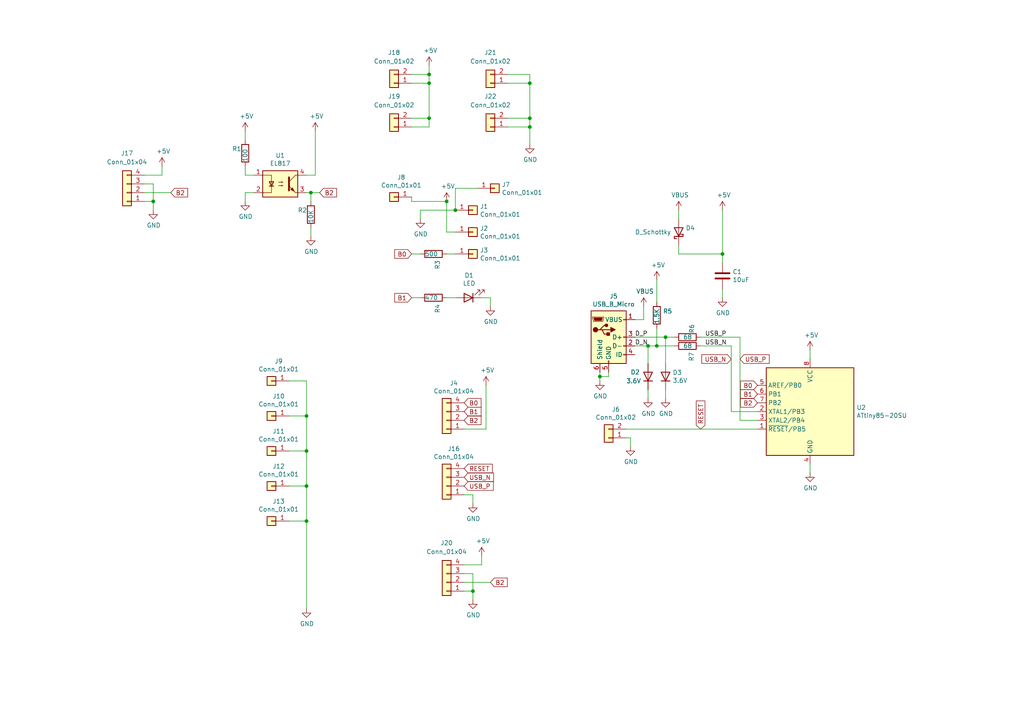
<source format=kicad_sch>
(kicad_sch (version 20211123) (generator eeschema)

  (uuid 2fc0a7e7-f2ba-401b-95f3-63296677d207)

  (paper "A4")

  (lib_symbols
    (symbol "Connector:USB_B_Micro" (pin_names (offset 1.016)) (in_bom yes) (on_board yes)
      (property "Reference" "J" (id 0) (at -5.08 11.43 0)
        (effects (font (size 1.27 1.27)) (justify left))
      )
      (property "Value" "USB_B_Micro" (id 1) (at -5.08 8.89 0)
        (effects (font (size 1.27 1.27)) (justify left))
      )
      (property "Footprint" "" (id 2) (at 3.81 -1.27 0)
        (effects (font (size 1.27 1.27)) hide)
      )
      (property "Datasheet" "~" (id 3) (at 3.81 -1.27 0)
        (effects (font (size 1.27 1.27)) hide)
      )
      (property "ki_keywords" "connector USB micro" (id 4) (at 0 0 0)
        (effects (font (size 1.27 1.27)) hide)
      )
      (property "ki_description" "USB Micro Type B connector" (id 5) (at 0 0 0)
        (effects (font (size 1.27 1.27)) hide)
      )
      (property "ki_fp_filters" "USB*" (id 6) (at 0 0 0)
        (effects (font (size 1.27 1.27)) hide)
      )
      (symbol "USB_B_Micro_0_1"
        (rectangle (start -5.08 -7.62) (end 5.08 7.62)
          (stroke (width 0.254) (type default) (color 0 0 0 0))
          (fill (type background))
        )
        (circle (center -3.81 2.159) (radius 0.635)
          (stroke (width 0.254) (type default) (color 0 0 0 0))
          (fill (type outline))
        )
        (circle (center -0.635 3.429) (radius 0.381)
          (stroke (width 0.254) (type default) (color 0 0 0 0))
          (fill (type outline))
        )
        (rectangle (start -0.127 -7.62) (end 0.127 -6.858)
          (stroke (width 0) (type default) (color 0 0 0 0))
          (fill (type none))
        )
        (polyline
          (pts
            (xy -1.905 2.159)
            (xy 0.635 2.159)
          )
          (stroke (width 0.254) (type default) (color 0 0 0 0))
          (fill (type none))
        )
        (polyline
          (pts
            (xy -3.175 2.159)
            (xy -2.54 2.159)
            (xy -1.27 3.429)
            (xy -0.635 3.429)
          )
          (stroke (width 0.254) (type default) (color 0 0 0 0))
          (fill (type none))
        )
        (polyline
          (pts
            (xy -2.54 2.159)
            (xy -1.905 2.159)
            (xy -1.27 0.889)
            (xy 0 0.889)
          )
          (stroke (width 0.254) (type default) (color 0 0 0 0))
          (fill (type none))
        )
        (polyline
          (pts
            (xy 0.635 2.794)
            (xy 0.635 1.524)
            (xy 1.905 2.159)
            (xy 0.635 2.794)
          )
          (stroke (width 0.254) (type default) (color 0 0 0 0))
          (fill (type outline))
        )
        (polyline
          (pts
            (xy -4.318 5.588)
            (xy -1.778 5.588)
            (xy -2.032 4.826)
            (xy -4.064 4.826)
            (xy -4.318 5.588)
          )
          (stroke (width 0) (type default) (color 0 0 0 0))
          (fill (type outline))
        )
        (polyline
          (pts
            (xy -4.699 5.842)
            (xy -4.699 5.588)
            (xy -4.445 4.826)
            (xy -4.445 4.572)
            (xy -1.651 4.572)
            (xy -1.651 4.826)
            (xy -1.397 5.588)
            (xy -1.397 5.842)
            (xy -4.699 5.842)
          )
          (stroke (width 0) (type default) (color 0 0 0 0))
          (fill (type none))
        )
        (rectangle (start 0.254 1.27) (end -0.508 0.508)
          (stroke (width 0.254) (type default) (color 0 0 0 0))
          (fill (type outline))
        )
        (rectangle (start 5.08 -5.207) (end 4.318 -4.953)
          (stroke (width 0) (type default) (color 0 0 0 0))
          (fill (type none))
        )
        (rectangle (start 5.08 -2.667) (end 4.318 -2.413)
          (stroke (width 0) (type default) (color 0 0 0 0))
          (fill (type none))
        )
        (rectangle (start 5.08 -0.127) (end 4.318 0.127)
          (stroke (width 0) (type default) (color 0 0 0 0))
          (fill (type none))
        )
        (rectangle (start 5.08 4.953) (end 4.318 5.207)
          (stroke (width 0) (type default) (color 0 0 0 0))
          (fill (type none))
        )
      )
      (symbol "USB_B_Micro_1_1"
        (pin power_out line (at 7.62 5.08 180) (length 2.54)
          (name "VBUS" (effects (font (size 1.27 1.27))))
          (number "1" (effects (font (size 1.27 1.27))))
        )
        (pin bidirectional line (at 7.62 -2.54 180) (length 2.54)
          (name "D-" (effects (font (size 1.27 1.27))))
          (number "2" (effects (font (size 1.27 1.27))))
        )
        (pin bidirectional line (at 7.62 0 180) (length 2.54)
          (name "D+" (effects (font (size 1.27 1.27))))
          (number "3" (effects (font (size 1.27 1.27))))
        )
        (pin passive line (at 7.62 -5.08 180) (length 2.54)
          (name "ID" (effects (font (size 1.27 1.27))))
          (number "4" (effects (font (size 1.27 1.27))))
        )
        (pin power_out line (at 0 -10.16 90) (length 2.54)
          (name "GND" (effects (font (size 1.27 1.27))))
          (number "5" (effects (font (size 1.27 1.27))))
        )
        (pin passive line (at -2.54 -10.16 90) (length 2.54)
          (name "Shield" (effects (font (size 1.27 1.27))))
          (number "6" (effects (font (size 1.27 1.27))))
        )
      )
    )
    (symbol "Connector_Generic:Conn_01x01" (pin_names (offset 1.016) hide) (in_bom yes) (on_board yes)
      (property "Reference" "J" (id 0) (at 0 2.54 0)
        (effects (font (size 1.27 1.27)))
      )
      (property "Value" "Conn_01x01" (id 1) (at 0 -2.54 0)
        (effects (font (size 1.27 1.27)))
      )
      (property "Footprint" "" (id 2) (at 0 0 0)
        (effects (font (size 1.27 1.27)) hide)
      )
      (property "Datasheet" "~" (id 3) (at 0 0 0)
        (effects (font (size 1.27 1.27)) hide)
      )
      (property "ki_keywords" "connector" (id 4) (at 0 0 0)
        (effects (font (size 1.27 1.27)) hide)
      )
      (property "ki_description" "Generic connector, single row, 01x01, script generated (kicad-library-utils/schlib/autogen/connector/)" (id 5) (at 0 0 0)
        (effects (font (size 1.27 1.27)) hide)
      )
      (property "ki_fp_filters" "Connector*:*_1x??_*" (id 6) (at 0 0 0)
        (effects (font (size 1.27 1.27)) hide)
      )
      (symbol "Conn_01x01_1_1"
        (rectangle (start -1.27 0.127) (end 0 -0.127)
          (stroke (width 0.1524) (type default) (color 0 0 0 0))
          (fill (type none))
        )
        (rectangle (start -1.27 1.27) (end 1.27 -1.27)
          (stroke (width 0.254) (type default) (color 0 0 0 0))
          (fill (type background))
        )
        (pin passive line (at -5.08 0 0) (length 3.81)
          (name "Pin_1" (effects (font (size 1.27 1.27))))
          (number "1" (effects (font (size 1.27 1.27))))
        )
      )
    )
    (symbol "Connector_Generic:Conn_01x02" (pin_names (offset 1.016) hide) (in_bom yes) (on_board yes)
      (property "Reference" "J" (id 0) (at 0 2.54 0)
        (effects (font (size 1.27 1.27)))
      )
      (property "Value" "Conn_01x02" (id 1) (at 0 -5.08 0)
        (effects (font (size 1.27 1.27)))
      )
      (property "Footprint" "" (id 2) (at 0 0 0)
        (effects (font (size 1.27 1.27)) hide)
      )
      (property "Datasheet" "~" (id 3) (at 0 0 0)
        (effects (font (size 1.27 1.27)) hide)
      )
      (property "ki_keywords" "connector" (id 4) (at 0 0 0)
        (effects (font (size 1.27 1.27)) hide)
      )
      (property "ki_description" "Generic connector, single row, 01x02, script generated (kicad-library-utils/schlib/autogen/connector/)" (id 5) (at 0 0 0)
        (effects (font (size 1.27 1.27)) hide)
      )
      (property "ki_fp_filters" "Connector*:*_1x??_*" (id 6) (at 0 0 0)
        (effects (font (size 1.27 1.27)) hide)
      )
      (symbol "Conn_01x02_1_1"
        (rectangle (start -1.27 -2.413) (end 0 -2.667)
          (stroke (width 0.1524) (type default) (color 0 0 0 0))
          (fill (type none))
        )
        (rectangle (start -1.27 0.127) (end 0 -0.127)
          (stroke (width 0.1524) (type default) (color 0 0 0 0))
          (fill (type none))
        )
        (rectangle (start -1.27 1.27) (end 1.27 -3.81)
          (stroke (width 0.254) (type default) (color 0 0 0 0))
          (fill (type background))
        )
        (pin passive line (at -5.08 0 0) (length 3.81)
          (name "Pin_1" (effects (font (size 1.27 1.27))))
          (number "1" (effects (font (size 1.27 1.27))))
        )
        (pin passive line (at -5.08 -2.54 0) (length 3.81)
          (name "Pin_2" (effects (font (size 1.27 1.27))))
          (number "2" (effects (font (size 1.27 1.27))))
        )
      )
    )
    (symbol "Connector_Generic:Conn_01x04" (pin_names (offset 1.016) hide) (in_bom yes) (on_board yes)
      (property "Reference" "J" (id 0) (at 0 5.08 0)
        (effects (font (size 1.27 1.27)))
      )
      (property "Value" "Conn_01x04" (id 1) (at 0 -7.62 0)
        (effects (font (size 1.27 1.27)))
      )
      (property "Footprint" "" (id 2) (at 0 0 0)
        (effects (font (size 1.27 1.27)) hide)
      )
      (property "Datasheet" "~" (id 3) (at 0 0 0)
        (effects (font (size 1.27 1.27)) hide)
      )
      (property "ki_keywords" "connector" (id 4) (at 0 0 0)
        (effects (font (size 1.27 1.27)) hide)
      )
      (property "ki_description" "Generic connector, single row, 01x04, script generated (kicad-library-utils/schlib/autogen/connector/)" (id 5) (at 0 0 0)
        (effects (font (size 1.27 1.27)) hide)
      )
      (property "ki_fp_filters" "Connector*:*_1x??_*" (id 6) (at 0 0 0)
        (effects (font (size 1.27 1.27)) hide)
      )
      (symbol "Conn_01x04_1_1"
        (rectangle (start -1.27 -4.953) (end 0 -5.207)
          (stroke (width 0.1524) (type default) (color 0 0 0 0))
          (fill (type none))
        )
        (rectangle (start -1.27 -2.413) (end 0 -2.667)
          (stroke (width 0.1524) (type default) (color 0 0 0 0))
          (fill (type none))
        )
        (rectangle (start -1.27 0.127) (end 0 -0.127)
          (stroke (width 0.1524) (type default) (color 0 0 0 0))
          (fill (type none))
        )
        (rectangle (start -1.27 2.667) (end 0 2.413)
          (stroke (width 0.1524) (type default) (color 0 0 0 0))
          (fill (type none))
        )
        (rectangle (start -1.27 3.81) (end 1.27 -6.35)
          (stroke (width 0.254) (type default) (color 0 0 0 0))
          (fill (type background))
        )
        (pin passive line (at -5.08 2.54 0) (length 3.81)
          (name "Pin_1" (effects (font (size 1.27 1.27))))
          (number "1" (effects (font (size 1.27 1.27))))
        )
        (pin passive line (at -5.08 0 0) (length 3.81)
          (name "Pin_2" (effects (font (size 1.27 1.27))))
          (number "2" (effects (font (size 1.27 1.27))))
        )
        (pin passive line (at -5.08 -2.54 0) (length 3.81)
          (name "Pin_3" (effects (font (size 1.27 1.27))))
          (number "3" (effects (font (size 1.27 1.27))))
        )
        (pin passive line (at -5.08 -5.08 0) (length 3.81)
          (name "Pin_4" (effects (font (size 1.27 1.27))))
          (number "4" (effects (font (size 1.27 1.27))))
        )
      )
    )
    (symbol "Device:C" (pin_numbers hide) (pin_names (offset 0.254)) (in_bom yes) (on_board yes)
      (property "Reference" "C" (id 0) (at 0.635 2.54 0)
        (effects (font (size 1.27 1.27)) (justify left))
      )
      (property "Value" "C" (id 1) (at 0.635 -2.54 0)
        (effects (font (size 1.27 1.27)) (justify left))
      )
      (property "Footprint" "" (id 2) (at 0.9652 -3.81 0)
        (effects (font (size 1.27 1.27)) hide)
      )
      (property "Datasheet" "~" (id 3) (at 0 0 0)
        (effects (font (size 1.27 1.27)) hide)
      )
      (property "ki_keywords" "cap capacitor" (id 4) (at 0 0 0)
        (effects (font (size 1.27 1.27)) hide)
      )
      (property "ki_description" "Unpolarized capacitor" (id 5) (at 0 0 0)
        (effects (font (size 1.27 1.27)) hide)
      )
      (property "ki_fp_filters" "C_*" (id 6) (at 0 0 0)
        (effects (font (size 1.27 1.27)) hide)
      )
      (symbol "C_0_1"
        (polyline
          (pts
            (xy -2.032 -0.762)
            (xy 2.032 -0.762)
          )
          (stroke (width 0.508) (type default) (color 0 0 0 0))
          (fill (type none))
        )
        (polyline
          (pts
            (xy -2.032 0.762)
            (xy 2.032 0.762)
          )
          (stroke (width 0.508) (type default) (color 0 0 0 0))
          (fill (type none))
        )
      )
      (symbol "C_1_1"
        (pin passive line (at 0 3.81 270) (length 2.794)
          (name "~" (effects (font (size 1.27 1.27))))
          (number "1" (effects (font (size 1.27 1.27))))
        )
        (pin passive line (at 0 -3.81 90) (length 2.794)
          (name "~" (effects (font (size 1.27 1.27))))
          (number "2" (effects (font (size 1.27 1.27))))
        )
      )
    )
    (symbol "Device:D" (pin_numbers hide) (pin_names (offset 1.016) hide) (in_bom yes) (on_board yes)
      (property "Reference" "D" (id 0) (at 0 2.54 0)
        (effects (font (size 1.27 1.27)))
      )
      (property "Value" "D" (id 1) (at 0 -2.54 0)
        (effects (font (size 1.27 1.27)))
      )
      (property "Footprint" "" (id 2) (at 0 0 0)
        (effects (font (size 1.27 1.27)) hide)
      )
      (property "Datasheet" "~" (id 3) (at 0 0 0)
        (effects (font (size 1.27 1.27)) hide)
      )
      (property "ki_keywords" "diode" (id 4) (at 0 0 0)
        (effects (font (size 1.27 1.27)) hide)
      )
      (property "ki_description" "Diode" (id 5) (at 0 0 0)
        (effects (font (size 1.27 1.27)) hide)
      )
      (property "ki_fp_filters" "TO-???* *_Diode_* *SingleDiode* D_*" (id 6) (at 0 0 0)
        (effects (font (size 1.27 1.27)) hide)
      )
      (symbol "D_0_1"
        (polyline
          (pts
            (xy -1.27 1.27)
            (xy -1.27 -1.27)
          )
          (stroke (width 0.254) (type default) (color 0 0 0 0))
          (fill (type none))
        )
        (polyline
          (pts
            (xy 1.27 0)
            (xy -1.27 0)
          )
          (stroke (width 0) (type default) (color 0 0 0 0))
          (fill (type none))
        )
        (polyline
          (pts
            (xy 1.27 1.27)
            (xy 1.27 -1.27)
            (xy -1.27 0)
            (xy 1.27 1.27)
          )
          (stroke (width 0.254) (type default) (color 0 0 0 0))
          (fill (type none))
        )
      )
      (symbol "D_1_1"
        (pin passive line (at -3.81 0 0) (length 2.54)
          (name "K" (effects (font (size 1.27 1.27))))
          (number "1" (effects (font (size 1.27 1.27))))
        )
        (pin passive line (at 3.81 0 180) (length 2.54)
          (name "A" (effects (font (size 1.27 1.27))))
          (number "2" (effects (font (size 1.27 1.27))))
        )
      )
    )
    (symbol "Device:D_Schottky" (pin_numbers hide) (pin_names (offset 1.016) hide) (in_bom yes) (on_board yes)
      (property "Reference" "D" (id 0) (at 0 2.54 0)
        (effects (font (size 1.27 1.27)))
      )
      (property "Value" "D_Schottky" (id 1) (at 0 -2.54 0)
        (effects (font (size 1.27 1.27)))
      )
      (property "Footprint" "" (id 2) (at 0 0 0)
        (effects (font (size 1.27 1.27)) hide)
      )
      (property "Datasheet" "~" (id 3) (at 0 0 0)
        (effects (font (size 1.27 1.27)) hide)
      )
      (property "ki_keywords" "diode Schottky" (id 4) (at 0 0 0)
        (effects (font (size 1.27 1.27)) hide)
      )
      (property "ki_description" "Schottky diode" (id 5) (at 0 0 0)
        (effects (font (size 1.27 1.27)) hide)
      )
      (property "ki_fp_filters" "TO-???* *_Diode_* *SingleDiode* D_*" (id 6) (at 0 0 0)
        (effects (font (size 1.27 1.27)) hide)
      )
      (symbol "D_Schottky_0_1"
        (polyline
          (pts
            (xy 1.27 0)
            (xy -1.27 0)
          )
          (stroke (width 0) (type default) (color 0 0 0 0))
          (fill (type none))
        )
        (polyline
          (pts
            (xy 1.27 1.27)
            (xy 1.27 -1.27)
            (xy -1.27 0)
            (xy 1.27 1.27)
          )
          (stroke (width 0.254) (type default) (color 0 0 0 0))
          (fill (type none))
        )
        (polyline
          (pts
            (xy -1.905 0.635)
            (xy -1.905 1.27)
            (xy -1.27 1.27)
            (xy -1.27 -1.27)
            (xy -0.635 -1.27)
            (xy -0.635 -0.635)
          )
          (stroke (width 0.254) (type default) (color 0 0 0 0))
          (fill (type none))
        )
      )
      (symbol "D_Schottky_1_1"
        (pin passive line (at -3.81 0 0) (length 2.54)
          (name "K" (effects (font (size 1.27 1.27))))
          (number "1" (effects (font (size 1.27 1.27))))
        )
        (pin passive line (at 3.81 0 180) (length 2.54)
          (name "A" (effects (font (size 1.27 1.27))))
          (number "2" (effects (font (size 1.27 1.27))))
        )
      )
    )
    (symbol "Device:LED" (pin_numbers hide) (pin_names (offset 1.016) hide) (in_bom yes) (on_board yes)
      (property "Reference" "D" (id 0) (at 0 2.54 0)
        (effects (font (size 1.27 1.27)))
      )
      (property "Value" "LED" (id 1) (at 0 -2.54 0)
        (effects (font (size 1.27 1.27)))
      )
      (property "Footprint" "" (id 2) (at 0 0 0)
        (effects (font (size 1.27 1.27)) hide)
      )
      (property "Datasheet" "~" (id 3) (at 0 0 0)
        (effects (font (size 1.27 1.27)) hide)
      )
      (property "ki_keywords" "LED diode" (id 4) (at 0 0 0)
        (effects (font (size 1.27 1.27)) hide)
      )
      (property "ki_description" "Light emitting diode" (id 5) (at 0 0 0)
        (effects (font (size 1.27 1.27)) hide)
      )
      (property "ki_fp_filters" "LED* LED_SMD:* LED_THT:*" (id 6) (at 0 0 0)
        (effects (font (size 1.27 1.27)) hide)
      )
      (symbol "LED_0_1"
        (polyline
          (pts
            (xy -1.27 -1.27)
            (xy -1.27 1.27)
          )
          (stroke (width 0.254) (type default) (color 0 0 0 0))
          (fill (type none))
        )
        (polyline
          (pts
            (xy -1.27 0)
            (xy 1.27 0)
          )
          (stroke (width 0) (type default) (color 0 0 0 0))
          (fill (type none))
        )
        (polyline
          (pts
            (xy 1.27 -1.27)
            (xy 1.27 1.27)
            (xy -1.27 0)
            (xy 1.27 -1.27)
          )
          (stroke (width 0.254) (type default) (color 0 0 0 0))
          (fill (type none))
        )
        (polyline
          (pts
            (xy -3.048 -0.762)
            (xy -4.572 -2.286)
            (xy -3.81 -2.286)
            (xy -4.572 -2.286)
            (xy -4.572 -1.524)
          )
          (stroke (width 0) (type default) (color 0 0 0 0))
          (fill (type none))
        )
        (polyline
          (pts
            (xy -1.778 -0.762)
            (xy -3.302 -2.286)
            (xy -2.54 -2.286)
            (xy -3.302 -2.286)
            (xy -3.302 -1.524)
          )
          (stroke (width 0) (type default) (color 0 0 0 0))
          (fill (type none))
        )
      )
      (symbol "LED_1_1"
        (pin passive line (at -3.81 0 0) (length 2.54)
          (name "K" (effects (font (size 1.27 1.27))))
          (number "1" (effects (font (size 1.27 1.27))))
        )
        (pin passive line (at 3.81 0 180) (length 2.54)
          (name "A" (effects (font (size 1.27 1.27))))
          (number "2" (effects (font (size 1.27 1.27))))
        )
      )
    )
    (symbol "Device:R" (pin_numbers hide) (pin_names (offset 0)) (in_bom yes) (on_board yes)
      (property "Reference" "R" (id 0) (at 2.032 0 90)
        (effects (font (size 1.27 1.27)))
      )
      (property "Value" "R" (id 1) (at 0 0 90)
        (effects (font (size 1.27 1.27)))
      )
      (property "Footprint" "" (id 2) (at -1.778 0 90)
        (effects (font (size 1.27 1.27)) hide)
      )
      (property "Datasheet" "~" (id 3) (at 0 0 0)
        (effects (font (size 1.27 1.27)) hide)
      )
      (property "ki_keywords" "R res resistor" (id 4) (at 0 0 0)
        (effects (font (size 1.27 1.27)) hide)
      )
      (property "ki_description" "Resistor" (id 5) (at 0 0 0)
        (effects (font (size 1.27 1.27)) hide)
      )
      (property "ki_fp_filters" "R_*" (id 6) (at 0 0 0)
        (effects (font (size 1.27 1.27)) hide)
      )
      (symbol "R_0_1"
        (rectangle (start -1.016 -2.54) (end 1.016 2.54)
          (stroke (width 0.254) (type default) (color 0 0 0 0))
          (fill (type none))
        )
      )
      (symbol "R_1_1"
        (pin passive line (at 0 3.81 270) (length 1.27)
          (name "~" (effects (font (size 1.27 1.27))))
          (number "1" (effects (font (size 1.27 1.27))))
        )
        (pin passive line (at 0 -3.81 90) (length 1.27)
          (name "~" (effects (font (size 1.27 1.27))))
          (number "2" (effects (font (size 1.27 1.27))))
        )
      )
    )
    (symbol "Isolator:EL817" (pin_names (offset 1.016)) (in_bom yes) (on_board yes)
      (property "Reference" "U" (id 0) (at -5.08 5.08 0)
        (effects (font (size 1.27 1.27)) (justify left))
      )
      (property "Value" "EL817" (id 1) (at 0 5.08 0)
        (effects (font (size 1.27 1.27)) (justify left))
      )
      (property "Footprint" "Package_DIP:DIP-4_W7.62mm" (id 2) (at -5.08 -5.08 0)
        (effects (font (size 1.27 1.27) italic) (justify left) hide)
      )
      (property "Datasheet" "http://www.everlight.com/file/ProductFile/EL817.pdf" (id 3) (at 0 0 0)
        (effects (font (size 1.27 1.27)) (justify left) hide)
      )
      (property "ki_keywords" "NPN DC Optocoupler" (id 4) (at 0 0 0)
        (effects (font (size 1.27 1.27)) hide)
      )
      (property "ki_description" "DC Optocoupler, Vce 35V, DIP-4" (id 5) (at 0 0 0)
        (effects (font (size 1.27 1.27)) hide)
      )
      (property "ki_fp_filters" "DIP*W7.62mm*" (id 6) (at 0 0 0)
        (effects (font (size 1.27 1.27)) hide)
      )
      (symbol "EL817_0_1"
        (rectangle (start -5.08 3.81) (end 5.08 -3.81)
          (stroke (width 0.254) (type default) (color 0 0 0 0))
          (fill (type background))
        )
        (polyline
          (pts
            (xy -3.175 -0.635)
            (xy -1.905 -0.635)
          )
          (stroke (width 0.254) (type default) (color 0 0 0 0))
          (fill (type none))
        )
        (polyline
          (pts
            (xy 2.54 0.635)
            (xy 4.445 2.54)
          )
          (stroke (width 0) (type default) (color 0 0 0 0))
          (fill (type none))
        )
        (polyline
          (pts
            (xy 4.445 -2.54)
            (xy 2.54 -0.635)
          )
          (stroke (width 0) (type default) (color 0 0 0 0))
          (fill (type outline))
        )
        (polyline
          (pts
            (xy 4.445 -2.54)
            (xy 5.08 -2.54)
          )
          (stroke (width 0) (type default) (color 0 0 0 0))
          (fill (type none))
        )
        (polyline
          (pts
            (xy 4.445 2.54)
            (xy 5.08 2.54)
          )
          (stroke (width 0) (type default) (color 0 0 0 0))
          (fill (type none))
        )
        (polyline
          (pts
            (xy -5.08 2.54)
            (xy -2.54 2.54)
            (xy -2.54 -0.635)
          )
          (stroke (width 0) (type default) (color 0 0 0 0))
          (fill (type none))
        )
        (polyline
          (pts
            (xy -2.54 -0.635)
            (xy -2.54 -2.54)
            (xy -5.08 -2.54)
          )
          (stroke (width 0) (type default) (color 0 0 0 0))
          (fill (type none))
        )
        (polyline
          (pts
            (xy 2.54 1.905)
            (xy 2.54 -1.905)
            (xy 2.54 -1.905)
          )
          (stroke (width 0.508) (type default) (color 0 0 0 0))
          (fill (type none))
        )
        (polyline
          (pts
            (xy -2.54 -0.635)
            (xy -3.175 0.635)
            (xy -1.905 0.635)
            (xy -2.54 -0.635)
          )
          (stroke (width 0.254) (type default) (color 0 0 0 0))
          (fill (type none))
        )
        (polyline
          (pts
            (xy -0.508 -0.508)
            (xy 0.762 -0.508)
            (xy 0.381 -0.635)
            (xy 0.381 -0.381)
            (xy 0.762 -0.508)
          )
          (stroke (width 0) (type default) (color 0 0 0 0))
          (fill (type none))
        )
        (polyline
          (pts
            (xy -0.508 0.508)
            (xy 0.762 0.508)
            (xy 0.381 0.381)
            (xy 0.381 0.635)
            (xy 0.762 0.508)
          )
          (stroke (width 0) (type default) (color 0 0 0 0))
          (fill (type none))
        )
        (polyline
          (pts
            (xy 3.048 -1.651)
            (xy 3.556 -1.143)
            (xy 4.064 -2.159)
            (xy 3.048 -1.651)
            (xy 3.048 -1.651)
          )
          (stroke (width 0) (type default) (color 0 0 0 0))
          (fill (type outline))
        )
      )
      (symbol "EL817_1_1"
        (pin passive line (at -7.62 2.54 0) (length 2.54)
          (name "~" (effects (font (size 1.27 1.27))))
          (number "1" (effects (font (size 1.27 1.27))))
        )
        (pin passive line (at -7.62 -2.54 0) (length 2.54)
          (name "~" (effects (font (size 1.27 1.27))))
          (number "2" (effects (font (size 1.27 1.27))))
        )
        (pin passive line (at 7.62 -2.54 180) (length 2.54)
          (name "~" (effects (font (size 1.27 1.27))))
          (number "3" (effects (font (size 1.27 1.27))))
        )
        (pin passive line (at 7.62 2.54 180) (length 2.54)
          (name "~" (effects (font (size 1.27 1.27))))
          (number "4" (effects (font (size 1.27 1.27))))
        )
      )
    )
    (symbol "MCU_Board-rescue:ATtiny85-20SU-MCU_Microchip_ATtiny" (in_bom yes) (on_board yes)
      (property "Reference" "U" (id 0) (at -12.7 13.97 0)
        (effects (font (size 1.27 1.27)) (justify left bottom))
      )
      (property "Value" "ATtiny85-20SU-MCU_Microchip_ATtiny" (id 1) (at 2.54 -13.97 0)
        (effects (font (size 1.27 1.27)) (justify left top))
      )
      (property "Footprint" "Package_SO:SOIJ-8_5.3x5.3mm_P1.27mm" (id 2) (at 0 0 0)
        (effects (font (size 1.27 1.27) italic) hide)
      )
      (property "Datasheet" "" (id 3) (at 0 0 0)
        (effects (font (size 1.27 1.27)) hide)
      )
      (property "ki_fp_filters" "SOIJ*5.3x5.3mm*P1.27mm*" (id 4) (at 0 0 0)
        (effects (font (size 1.27 1.27)) hide)
      )
      (symbol "ATtiny85-20SU-MCU_Microchip_ATtiny_0_1"
        (rectangle (start -12.7 -12.7) (end 12.7 12.7)
          (stroke (width 0.254) (type default) (color 0 0 0 0))
          (fill (type background))
        )
      )
      (symbol "ATtiny85-20SU-MCU_Microchip_ATtiny_1_1"
        (pin bidirectional line (at 15.24 -5.08 180) (length 2.54)
          (name "~{RESET}/PB5" (effects (font (size 1.27 1.27))))
          (number "1" (effects (font (size 1.27 1.27))))
        )
        (pin bidirectional line (at 15.24 0 180) (length 2.54)
          (name "XTAL1/PB3" (effects (font (size 1.27 1.27))))
          (number "2" (effects (font (size 1.27 1.27))))
        )
        (pin bidirectional line (at 15.24 -2.54 180) (length 2.54)
          (name "XTAL2/PB4" (effects (font (size 1.27 1.27))))
          (number "3" (effects (font (size 1.27 1.27))))
        )
        (pin power_in line (at 0 -15.24 90) (length 2.54)
          (name "GND" (effects (font (size 1.27 1.27))))
          (number "4" (effects (font (size 1.27 1.27))))
        )
        (pin bidirectional line (at 15.24 7.62 180) (length 2.54)
          (name "AREF/PB0" (effects (font (size 1.27 1.27))))
          (number "5" (effects (font (size 1.27 1.27))))
        )
        (pin bidirectional line (at 15.24 5.08 180) (length 2.54)
          (name "PB1" (effects (font (size 1.27 1.27))))
          (number "6" (effects (font (size 1.27 1.27))))
        )
        (pin bidirectional line (at 15.24 2.54 180) (length 2.54)
          (name "PB2" (effects (font (size 1.27 1.27))))
          (number "7" (effects (font (size 1.27 1.27))))
        )
        (pin power_in line (at 0 15.24 270) (length 2.54)
          (name "VCC" (effects (font (size 1.27 1.27))))
          (number "8" (effects (font (size 1.27 1.27))))
        )
      )
    )
    (symbol "power:+5V" (power) (pin_names (offset 0)) (in_bom yes) (on_board yes)
      (property "Reference" "#PWR" (id 0) (at 0 -3.81 0)
        (effects (font (size 1.27 1.27)) hide)
      )
      (property "Value" "+5V" (id 1) (at 0 3.556 0)
        (effects (font (size 1.27 1.27)))
      )
      (property "Footprint" "" (id 2) (at 0 0 0)
        (effects (font (size 1.27 1.27)) hide)
      )
      (property "Datasheet" "" (id 3) (at 0 0 0)
        (effects (font (size 1.27 1.27)) hide)
      )
      (property "ki_keywords" "power-flag" (id 4) (at 0 0 0)
        (effects (font (size 1.27 1.27)) hide)
      )
      (property "ki_description" "Power symbol creates a global label with name \"+5V\"" (id 5) (at 0 0 0)
        (effects (font (size 1.27 1.27)) hide)
      )
      (symbol "+5V_0_1"
        (polyline
          (pts
            (xy -0.762 1.27)
            (xy 0 2.54)
          )
          (stroke (width 0) (type default) (color 0 0 0 0))
          (fill (type none))
        )
        (polyline
          (pts
            (xy 0 0)
            (xy 0 2.54)
          )
          (stroke (width 0) (type default) (color 0 0 0 0))
          (fill (type none))
        )
        (polyline
          (pts
            (xy 0 2.54)
            (xy 0.762 1.27)
          )
          (stroke (width 0) (type default) (color 0 0 0 0))
          (fill (type none))
        )
      )
      (symbol "+5V_1_1"
        (pin power_in line (at 0 0 90) (length 0) hide
          (name "+5V" (effects (font (size 1.27 1.27))))
          (number "1" (effects (font (size 1.27 1.27))))
        )
      )
    )
    (symbol "power:GND" (power) (pin_names (offset 0)) (in_bom yes) (on_board yes)
      (property "Reference" "#PWR" (id 0) (at 0 -6.35 0)
        (effects (font (size 1.27 1.27)) hide)
      )
      (property "Value" "GND" (id 1) (at 0 -3.81 0)
        (effects (font (size 1.27 1.27)))
      )
      (property "Footprint" "" (id 2) (at 0 0 0)
        (effects (font (size 1.27 1.27)) hide)
      )
      (property "Datasheet" "" (id 3) (at 0 0 0)
        (effects (font (size 1.27 1.27)) hide)
      )
      (property "ki_keywords" "power-flag" (id 4) (at 0 0 0)
        (effects (font (size 1.27 1.27)) hide)
      )
      (property "ki_description" "Power symbol creates a global label with name \"GND\" , ground" (id 5) (at 0 0 0)
        (effects (font (size 1.27 1.27)) hide)
      )
      (symbol "GND_0_1"
        (polyline
          (pts
            (xy 0 0)
            (xy 0 -1.27)
            (xy 1.27 -1.27)
            (xy 0 -2.54)
            (xy -1.27 -1.27)
            (xy 0 -1.27)
          )
          (stroke (width 0) (type default) (color 0 0 0 0))
          (fill (type none))
        )
      )
      (symbol "GND_1_1"
        (pin power_in line (at 0 0 270) (length 0) hide
          (name "GND" (effects (font (size 1.27 1.27))))
          (number "1" (effects (font (size 1.27 1.27))))
        )
      )
    )
    (symbol "power:VBUS" (power) (pin_names (offset 0)) (in_bom yes) (on_board yes)
      (property "Reference" "#PWR" (id 0) (at 0 -3.81 0)
        (effects (font (size 1.27 1.27)) hide)
      )
      (property "Value" "VBUS" (id 1) (at 0 3.81 0)
        (effects (font (size 1.27 1.27)))
      )
      (property "Footprint" "" (id 2) (at 0 0 0)
        (effects (font (size 1.27 1.27)) hide)
      )
      (property "Datasheet" "" (id 3) (at 0 0 0)
        (effects (font (size 1.27 1.27)) hide)
      )
      (property "ki_keywords" "power-flag" (id 4) (at 0 0 0)
        (effects (font (size 1.27 1.27)) hide)
      )
      (property "ki_description" "Power symbol creates a global label with name \"VBUS\"" (id 5) (at 0 0 0)
        (effects (font (size 1.27 1.27)) hide)
      )
      (symbol "VBUS_0_1"
        (polyline
          (pts
            (xy -0.762 1.27)
            (xy 0 2.54)
          )
          (stroke (width 0) (type default) (color 0 0 0 0))
          (fill (type none))
        )
        (polyline
          (pts
            (xy 0 0)
            (xy 0 2.54)
          )
          (stroke (width 0) (type default) (color 0 0 0 0))
          (fill (type none))
        )
        (polyline
          (pts
            (xy 0 2.54)
            (xy 0.762 1.27)
          )
          (stroke (width 0) (type default) (color 0 0 0 0))
          (fill (type none))
        )
      )
      (symbol "VBUS_1_1"
        (pin power_in line (at 0 0 90) (length 0) hide
          (name "VBUS" (effects (font (size 1.27 1.27))))
          (number "1" (effects (font (size 1.27 1.27))))
        )
      )
    )
  )

  (junction (at 190.5 100.33) (diameter 0) (color 0 0 0 0)
    (uuid 0d1fd9be-8159-40da-9105-8b244d3d29ab)
  )
  (junction (at 187.96 100.33) (diameter 0) (color 0 0 0 0)
    (uuid 1d0ec17b-0435-48d4-ae4a-fba314ba0812)
  )
  (junction (at 88.9 120.65) (diameter 0) (color 0 0 0 0)
    (uuid 329e19fc-89dd-414f-8523-61146b24cfcc)
  )
  (junction (at 88.9 151.13) (diameter 0) (color 0 0 0 0)
    (uuid 33f7ddbc-a2e8-415f-b676-2dc0ea7265b9)
  )
  (junction (at 124.46 24.13) (diameter 0) (color 0 0 0 0)
    (uuid 3c4802c2-6814-47f5-a66f-8ab6479598dd)
  )
  (junction (at 173.99 109.22) (diameter 0) (color 0 0 0 0)
    (uuid 44a88c67-4fcb-4146-8b28-1efae00162f3)
  )
  (junction (at 129.54 58.42) (diameter 0) (color 0 0 0 0)
    (uuid 4d795599-d298-43ba-a267-ca96b2f072df)
  )
  (junction (at 90.17 55.88) (diameter 0) (color 0 0 0 0)
    (uuid 55cc16ca-5e9d-42fb-b53b-8af732c1b027)
  )
  (junction (at 132.08 60.96) (diameter 0) (color 0 0 0 0)
    (uuid 56c0757f-abe3-4b54-8da6-878d89265ec6)
  )
  (junction (at 209.55 73.66) (diameter 0) (color 0 0 0 0)
    (uuid 8bcb8275-fec3-4d70-a15f-2cce5ea8d1fd)
  )
  (junction (at 137.16 171.45) (diameter 0) (color 0 0 0 0)
    (uuid 9d78e0dd-df41-463b-8825-5f2fe46dd57e)
  )
  (junction (at 124.46 21.59) (diameter 0) (color 0 0 0 0)
    (uuid a3fe87b9-9a2d-471f-b999-e803b7a46952)
  )
  (junction (at 153.67 24.13) (diameter 0) (color 0 0 0 0)
    (uuid aeffe363-b30a-45d0-928c-f095b7425fa9)
  )
  (junction (at 153.67 36.83) (diameter 0) (color 0 0 0 0)
    (uuid b5960bbc-d392-4ed9-a5be-e89b993ec7ec)
  )
  (junction (at 44.45 58.42) (diameter 0) (color 0 0 0 0)
    (uuid b80e3bd8-35e4-4e14-b624-7b6246629cca)
  )
  (junction (at 193.04 97.79) (diameter 0) (color 0 0 0 0)
    (uuid bfe00f0f-2af2-4758-9262-8a34e175c81d)
  )
  (junction (at 88.9 130.81) (diameter 0) (color 0 0 0 0)
    (uuid c74d410c-e33f-4ce6-946b-92837a6d8d01)
  )
  (junction (at 88.9 140.97) (diameter 0) (color 0 0 0 0)
    (uuid d6617981-c96e-4953-aca4-4f0dbf5787a2)
  )
  (junction (at 153.67 34.29) (diameter 0) (color 0 0 0 0)
    (uuid f872d2c1-5a9f-4858-9710-ec8be8bfd133)
  )
  (junction (at 124.46 34.29) (diameter 0) (color 0 0 0 0)
    (uuid fac410a6-cdec-46a7-8e7a-fde274dc0099)
  )

  (wire (pts (xy 88.9 55.88) (xy 90.17 55.88))
    (stroke (width 0) (type default) (color 0 0 0 0))
    (uuid 04077543-3978-4a8e-8edf-f412e78ecc41)
  )
  (wire (pts (xy 119.38 36.83) (xy 124.46 36.83))
    (stroke (width 0) (type default) (color 0 0 0 0))
    (uuid 0500e4c2-1b20-4b99-a11d-c6e9959d2757)
  )
  (wire (pts (xy 190.5 95.25) (xy 190.5 100.33))
    (stroke (width 0) (type default) (color 0 0 0 0))
    (uuid 05c61a2d-9414-4f21-b187-f419e59fbad2)
  )
  (wire (pts (xy 153.67 34.29) (xy 153.67 36.83))
    (stroke (width 0) (type default) (color 0 0 0 0))
    (uuid 0dad80a6-bbd2-4cad-a088-534e26cbc3fa)
  )
  (wire (pts (xy 124.46 21.59) (xy 124.46 19.05))
    (stroke (width 0) (type default) (color 0 0 0 0))
    (uuid 111fc933-5735-4a4d-95e7-3c55f0f2942c)
  )
  (wire (pts (xy 124.46 36.83) (xy 124.46 34.29))
    (stroke (width 0) (type default) (color 0 0 0 0))
    (uuid 115a350a-1ea6-4385-9343-ede78bd36f98)
  )
  (wire (pts (xy 214.63 121.92) (xy 214.63 97.79))
    (stroke (width 0) (type default) (color 0 0 0 0))
    (uuid 1571e111-86e1-488e-bb99-38659e980951)
  )
  (wire (pts (xy 73.66 50.8) (xy 71.12 50.8))
    (stroke (width 0) (type default) (color 0 0 0 0))
    (uuid 15ded762-0744-4da9-a4cc-68b925544038)
  )
  (wire (pts (xy 83.82 110.49) (xy 88.9 110.49))
    (stroke (width 0) (type default) (color 0 0 0 0))
    (uuid 187ac468-872f-494b-9db4-d7d56634fa5b)
  )
  (wire (pts (xy 234.95 101.6) (xy 234.95 104.14))
    (stroke (width 0) (type default) (color 0 0 0 0))
    (uuid 1d1eca5f-88a0-45b9-b80c-c2d2a6cf5ef5)
  )
  (wire (pts (xy 212.09 119.38) (xy 212.09 100.33))
    (stroke (width 0) (type default) (color 0 0 0 0))
    (uuid 215804db-cf9a-4064-bbed-247537152d45)
  )
  (wire (pts (xy 147.32 34.29) (xy 153.67 34.29))
    (stroke (width 0) (type default) (color 0 0 0 0))
    (uuid 22bc3efd-72ce-4b14-ae70-8641c47054f3)
  )
  (wire (pts (xy 44.45 58.42) (xy 44.45 60.96))
    (stroke (width 0) (type default) (color 0 0 0 0))
    (uuid 241f0bcd-8669-437d-a0d9-1b1d2fc2fccf)
  )
  (wire (pts (xy 132.08 54.61) (xy 138.43 54.61))
    (stroke (width 0) (type default) (color 0 0 0 0))
    (uuid 25227db6-d677-4e51-81de-e3ed9448dbac)
  )
  (wire (pts (xy 186.69 92.71) (xy 186.69 88.9))
    (stroke (width 0) (type default) (color 0 0 0 0))
    (uuid 259b9dae-d214-4a82-8036-228c4053ec46)
  )
  (wire (pts (xy 184.15 97.79) (xy 193.04 97.79))
    (stroke (width 0) (type default) (color 0 0 0 0))
    (uuid 28849aee-d178-4486-903e-e9b4d3e35b97)
  )
  (wire (pts (xy 88.9 140.97) (xy 88.9 151.13))
    (stroke (width 0) (type default) (color 0 0 0 0))
    (uuid 312c7035-1c63-466c-aed8-be0bd0e53d20)
  )
  (wire (pts (xy 203.2 100.33) (xy 212.09 100.33))
    (stroke (width 0) (type default) (color 0 0 0 0))
    (uuid 32417635-54d0-4bf3-b366-8f9a28121e81)
  )
  (wire (pts (xy 129.54 67.31) (xy 129.54 58.42))
    (stroke (width 0) (type default) (color 0 0 0 0))
    (uuid 34f9d096-52b8-4407-a980-e32c255ca4b9)
  )
  (wire (pts (xy 137.16 166.37) (xy 137.16 171.45))
    (stroke (width 0) (type default) (color 0 0 0 0))
    (uuid 36c5145d-2d76-4f02-8522-24b72183dbdf)
  )
  (wire (pts (xy 184.15 100.33) (xy 187.96 100.33))
    (stroke (width 0) (type default) (color 0 0 0 0))
    (uuid 3b193a1f-6eeb-4976-9702-494db517b37e)
  )
  (wire (pts (xy 119.38 58.42) (xy 119.38 57.15))
    (stroke (width 0) (type default) (color 0 0 0 0))
    (uuid 3ebb407a-bb98-4797-a3b5-66d8317c3a27)
  )
  (wire (pts (xy 90.17 55.88) (xy 92.71 55.88))
    (stroke (width 0) (type default) (color 0 0 0 0))
    (uuid 40dd4fb9-b01b-4b0b-ba2a-ac206e268f6d)
  )
  (wire (pts (xy 119.38 24.13) (xy 124.46 24.13))
    (stroke (width 0) (type default) (color 0 0 0 0))
    (uuid 4247c0cc-7397-4732-89d2-a422e76af773)
  )
  (wire (pts (xy 83.82 120.65) (xy 88.9 120.65))
    (stroke (width 0) (type default) (color 0 0 0 0))
    (uuid 42a20267-e12e-4e3a-ad8f-2e4eea8a5c18)
  )
  (wire (pts (xy 132.08 60.96) (xy 121.92 60.96))
    (stroke (width 0) (type default) (color 0 0 0 0))
    (uuid 44cd4f77-5cc8-4d30-aff5-720dfd1495bf)
  )
  (wire (pts (xy 195.58 100.33) (xy 190.5 100.33))
    (stroke (width 0) (type default) (color 0 0 0 0))
    (uuid 47c98ae4-a5c7-404a-a709-874b51d7ba69)
  )
  (wire (pts (xy 182.88 129.54) (xy 182.88 127))
    (stroke (width 0) (type default) (color 0 0 0 0))
    (uuid 4a372f84-fcd9-4b9c-ac30-2762566f7846)
  )
  (wire (pts (xy 153.67 21.59) (xy 153.67 24.13))
    (stroke (width 0) (type default) (color 0 0 0 0))
    (uuid 4d695fce-1cfc-4c7f-817b-7e33b27e35bd)
  )
  (wire (pts (xy 173.99 107.95) (xy 173.99 109.22))
    (stroke (width 0) (type default) (color 0 0 0 0))
    (uuid 4d7aa990-5d86-4171-8ed0-1060b35f3bd6)
  )
  (wire (pts (xy 46.99 50.8) (xy 46.99 48.26))
    (stroke (width 0) (type default) (color 0 0 0 0))
    (uuid 50f231a0-6912-4c53-aa7f-06933c5eab58)
  )
  (wire (pts (xy 119.38 73.66) (xy 121.92 73.66))
    (stroke (width 0) (type default) (color 0 0 0 0))
    (uuid 52772fb8-a021-45ea-a722-56b0e0539131)
  )
  (wire (pts (xy 147.32 36.83) (xy 153.67 36.83))
    (stroke (width 0) (type default) (color 0 0 0 0))
    (uuid 52d170dd-3736-4a1e-a801-3a25ec467355)
  )
  (wire (pts (xy 71.12 55.88) (xy 71.12 58.42))
    (stroke (width 0) (type default) (color 0 0 0 0))
    (uuid 54fbc327-7581-453b-a408-5af7a4c0dc14)
  )
  (wire (pts (xy 190.5 100.33) (xy 187.96 100.33))
    (stroke (width 0) (type default) (color 0 0 0 0))
    (uuid 5d18250d-edcd-4371-930e-fbac98ae5a02)
  )
  (wire (pts (xy 219.71 119.38) (xy 212.09 119.38))
    (stroke (width 0) (type default) (color 0 0 0 0))
    (uuid 5da29eab-03de-4beb-846c-96d6ff883136)
  )
  (wire (pts (xy 195.58 97.79) (xy 193.04 97.79))
    (stroke (width 0) (type default) (color 0 0 0 0))
    (uuid 5e8850e4-7979-49ee-890e-0df6071148d4)
  )
  (wire (pts (xy 73.66 55.88) (xy 71.12 55.88))
    (stroke (width 0) (type default) (color 0 0 0 0))
    (uuid 61bff39a-bb14-423a-b09c-b9bb2a6c1775)
  )
  (wire (pts (xy 153.67 24.13) (xy 153.67 34.29))
    (stroke (width 0) (type default) (color 0 0 0 0))
    (uuid 63e4e634-0104-4190-b295-a31519082b6b)
  )
  (wire (pts (xy 196.85 73.66) (xy 209.55 73.66))
    (stroke (width 0) (type default) (color 0 0 0 0))
    (uuid 656dcb00-9305-41d6-8982-1e328e3ae3f0)
  )
  (wire (pts (xy 137.16 143.51) (xy 134.62 143.51))
    (stroke (width 0) (type default) (color 0 0 0 0))
    (uuid 65aa24af-80f0-4588-9c5c-8468654a0ea9)
  )
  (wire (pts (xy 83.82 130.81) (xy 88.9 130.81))
    (stroke (width 0) (type default) (color 0 0 0 0))
    (uuid 65e3e4c4-9eb4-4b96-97d5-2d1d0925ddb7)
  )
  (wire (pts (xy 134.62 166.37) (xy 137.16 166.37))
    (stroke (width 0) (type default) (color 0 0 0 0))
    (uuid 667ce653-8900-48e8-bc4b-5e3c3e9c5dcc)
  )
  (wire (pts (xy 184.15 92.71) (xy 186.69 92.71))
    (stroke (width 0) (type default) (color 0 0 0 0))
    (uuid 68ef0b1f-39db-498b-a093-86a704da35c3)
  )
  (wire (pts (xy 147.32 21.59) (xy 153.67 21.59))
    (stroke (width 0) (type default) (color 0 0 0 0))
    (uuid 69dd6f3a-2d9a-4030-9124-47e481a2bb5f)
  )
  (wire (pts (xy 137.16 146.05) (xy 137.16 143.51))
    (stroke (width 0) (type default) (color 0 0 0 0))
    (uuid 69f6491b-cf9b-4b8f-bb43-6935ad63815a)
  )
  (wire (pts (xy 209.55 73.66) (xy 209.55 60.96))
    (stroke (width 0) (type default) (color 0 0 0 0))
    (uuid 6b92a919-bd37-47cc-a018-eb6a4c07f65b)
  )
  (wire (pts (xy 132.08 86.36) (xy 129.54 86.36))
    (stroke (width 0) (type default) (color 0 0 0 0))
    (uuid 741b4f30-87de-4e5f-8522-4146e32fc7af)
  )
  (wire (pts (xy 140.97 124.46) (xy 134.62 124.46))
    (stroke (width 0) (type default) (color 0 0 0 0))
    (uuid 79933449-5128-46b5-bfa2-88c5b82b0b5f)
  )
  (wire (pts (xy 134.62 171.45) (xy 137.16 171.45))
    (stroke (width 0) (type default) (color 0 0 0 0))
    (uuid 7e098788-7272-4ebc-9d23-d72d74ca46a6)
  )
  (wire (pts (xy 196.85 73.66) (xy 196.85 71.12))
    (stroke (width 0) (type default) (color 0 0 0 0))
    (uuid 7ed03056-fd53-4d75-ba07-8a7fdc3f3875)
  )
  (wire (pts (xy 219.71 121.92) (xy 214.63 121.92))
    (stroke (width 0) (type default) (color 0 0 0 0))
    (uuid 7f727fd8-1f1e-4c92-830f-08e1d23f00da)
  )
  (wire (pts (xy 90.17 58.42) (xy 90.17 55.88))
    (stroke (width 0) (type default) (color 0 0 0 0))
    (uuid 8045032e-bf5b-4c67-a740-fdd344089390)
  )
  (wire (pts (xy 41.91 55.88) (xy 49.53 55.88))
    (stroke (width 0) (type default) (color 0 0 0 0))
    (uuid 85fcb741-f838-4f72-8909-101db1f39d8c)
  )
  (wire (pts (xy 137.16 171.45) (xy 137.16 173.99))
    (stroke (width 0) (type default) (color 0 0 0 0))
    (uuid 8690ef99-f4e5-43a8-bbf4-274bab440485)
  )
  (wire (pts (xy 44.45 53.34) (xy 44.45 58.42))
    (stroke (width 0) (type default) (color 0 0 0 0))
    (uuid 8b3f0090-82b9-4ef7-bd2c-50f3d85245f5)
  )
  (wire (pts (xy 90.17 68.58) (xy 90.17 66.04))
    (stroke (width 0) (type default) (color 0 0 0 0))
    (uuid 8da7fe4b-4418-4fa9-9fc4-46be02985779)
  )
  (wire (pts (xy 71.12 50.8) (xy 71.12 48.26))
    (stroke (width 0) (type default) (color 0 0 0 0))
    (uuid 8e7f545a-ef3c-4a5c-93f5-eaf26cdf1ee7)
  )
  (wire (pts (xy 134.62 163.83) (xy 139.7 163.83))
    (stroke (width 0) (type default) (color 0 0 0 0))
    (uuid 8ec6eafe-0067-4b3f-9f6a-b7b05e7d9178)
  )
  (wire (pts (xy 140.97 111.76) (xy 140.97 124.46))
    (stroke (width 0) (type default) (color 0 0 0 0))
    (uuid 8f276173-dc1f-4a8a-962a-ab47cee43bdc)
  )
  (wire (pts (xy 182.88 127) (xy 181.61 127))
    (stroke (width 0) (type default) (color 0 0 0 0))
    (uuid 92f0452c-c32c-49bb-9a1d-020598b410d2)
  )
  (wire (pts (xy 193.04 115.57) (xy 193.04 113.03))
    (stroke (width 0) (type default) (color 0 0 0 0))
    (uuid 94b0a7e7-a8f7-47a4-a0ba-e6260485d2d5)
  )
  (wire (pts (xy 139.7 163.83) (xy 139.7 161.29))
    (stroke (width 0) (type default) (color 0 0 0 0))
    (uuid 95cb51f1-c03f-48a0-90fb-155804847a09)
  )
  (wire (pts (xy 129.54 73.66) (xy 132.08 73.66))
    (stroke (width 0) (type default) (color 0 0 0 0))
    (uuid 989929a2-7805-4a67-b0a7-ee23c81769ec)
  )
  (wire (pts (xy 88.9 151.13) (xy 88.9 176.53))
    (stroke (width 0) (type default) (color 0 0 0 0))
    (uuid 9b58fd49-e4f2-4083-85e0-d8425bf46e71)
  )
  (wire (pts (xy 71.12 38.1) (xy 71.12 40.64))
    (stroke (width 0) (type default) (color 0 0 0 0))
    (uuid 9cbe8d0f-cd70-41c3-a8f3-f4ab008b3782)
  )
  (wire (pts (xy 119.38 34.29) (xy 124.46 34.29))
    (stroke (width 0) (type default) (color 0 0 0 0))
    (uuid 9ec3ff4e-aeb6-401b-818c-fa962e7be535)
  )
  (wire (pts (xy 41.91 53.34) (xy 44.45 53.34))
    (stroke (width 0) (type default) (color 0 0 0 0))
    (uuid a40ca37f-d3e3-4286-908e-90f3b842a100)
  )
  (wire (pts (xy 176.53 109.22) (xy 173.99 109.22))
    (stroke (width 0) (type default) (color 0 0 0 0))
    (uuid a806a661-cb64-465e-9075-71eb62eea6fa)
  )
  (wire (pts (xy 173.99 109.22) (xy 173.99 110.49))
    (stroke (width 0) (type default) (color 0 0 0 0))
    (uuid a8e90538-e907-44a9-8f0f-072ac03dc752)
  )
  (wire (pts (xy 132.08 67.31) (xy 129.54 67.31))
    (stroke (width 0) (type default) (color 0 0 0 0))
    (uuid aab78cdc-9aa6-47a2-b546-71e7405e998a)
  )
  (wire (pts (xy 134.62 168.91) (xy 142.24 168.91))
    (stroke (width 0) (type default) (color 0 0 0 0))
    (uuid b12a91f1-2a28-4099-899c-ad905b6b5733)
  )
  (wire (pts (xy 83.82 140.97) (xy 88.9 140.97))
    (stroke (width 0) (type default) (color 0 0 0 0))
    (uuid b3e0e6ba-4f27-4513-8dd2-8620f039d189)
  )
  (wire (pts (xy 41.91 50.8) (xy 46.99 50.8))
    (stroke (width 0) (type default) (color 0 0 0 0))
    (uuid b43f4133-f325-4b50-8081-ba9400b2a9dc)
  )
  (wire (pts (xy 176.53 107.95) (xy 176.53 109.22))
    (stroke (width 0) (type default) (color 0 0 0 0))
    (uuid b4ec0b75-6c66-4e5b-9c0f-d6b37ce55f75)
  )
  (wire (pts (xy 203.2 97.79) (xy 214.63 97.79))
    (stroke (width 0) (type default) (color 0 0 0 0))
    (uuid b6a3c7fd-893b-41b5-94bb-1f3da6007d23)
  )
  (wire (pts (xy 119.38 21.59) (xy 124.46 21.59))
    (stroke (width 0) (type default) (color 0 0 0 0))
    (uuid bc405950-a79c-455a-ac00-8a1d489808c5)
  )
  (wire (pts (xy 124.46 24.13) (xy 124.46 21.59))
    (stroke (width 0) (type default) (color 0 0 0 0))
    (uuid bcecf860-62e2-4535-b7fe-ab2dd694e702)
  )
  (wire (pts (xy 121.92 60.96) (xy 121.92 63.5))
    (stroke (width 0) (type default) (color 0 0 0 0))
    (uuid beb3396a-48dc-4b88-9ed2-2d0565b606ec)
  )
  (wire (pts (xy 83.82 151.13) (xy 88.9 151.13))
    (stroke (width 0) (type default) (color 0 0 0 0))
    (uuid c35a0a11-625b-4b80-bae7-2d502017f19d)
  )
  (wire (pts (xy 193.04 97.79) (xy 193.04 105.41))
    (stroke (width 0) (type default) (color 0 0 0 0))
    (uuid c9e618b9-1e44-4bb2-b6cb-96a6af63ea94)
  )
  (wire (pts (xy 187.96 115.57) (xy 187.96 113.03))
    (stroke (width 0) (type default) (color 0 0 0 0))
    (uuid cb9be120-6fda-465c-87dc-f87e375d026f)
  )
  (wire (pts (xy 41.91 58.42) (xy 44.45 58.42))
    (stroke (width 0) (type default) (color 0 0 0 0))
    (uuid cbd0c4de-a3e4-4516-a6d1-6b408037cad9)
  )
  (wire (pts (xy 139.7 86.36) (xy 142.24 86.36))
    (stroke (width 0) (type default) (color 0 0 0 0))
    (uuid d1b215cd-ff2c-449d-8f8f-8265373bb96e)
  )
  (wire (pts (xy 88.9 130.81) (xy 88.9 140.97))
    (stroke (width 0) (type default) (color 0 0 0 0))
    (uuid d2fb1322-8f2a-4f90-a512-6b3d6740bde1)
  )
  (wire (pts (xy 196.85 60.96) (xy 196.85 63.5))
    (stroke (width 0) (type default) (color 0 0 0 0))
    (uuid d4d7dc7d-0607-41c2-b60b-5d7663552d7d)
  )
  (wire (pts (xy 190.5 87.63) (xy 190.5 81.28))
    (stroke (width 0) (type default) (color 0 0 0 0))
    (uuid d729c435-08f6-4bb6-9144-100ace47b507)
  )
  (wire (pts (xy 153.67 36.83) (xy 153.67 41.91))
    (stroke (width 0) (type default) (color 0 0 0 0))
    (uuid dc5d3d5f-1b9b-4a26-9d87-59c7c3bce1d7)
  )
  (wire (pts (xy 147.32 24.13) (xy 153.67 24.13))
    (stroke (width 0) (type default) (color 0 0 0 0))
    (uuid dfbf6eba-5df0-41c0-91e5-2ba8bdc8ed18)
  )
  (wire (pts (xy 124.46 34.29) (xy 124.46 24.13))
    (stroke (width 0) (type default) (color 0 0 0 0))
    (uuid e06a08da-db8a-405a-b0af-25cbfd8c9cf8)
  )
  (wire (pts (xy 129.54 58.42) (xy 119.38 58.42))
    (stroke (width 0) (type default) (color 0 0 0 0))
    (uuid e0fe60ab-4034-4fb1-b0f1-20b65103576d)
  )
  (wire (pts (xy 132.08 60.96) (xy 132.08 54.61))
    (stroke (width 0) (type default) (color 0 0 0 0))
    (uuid e1691731-ec08-4113-bceb-65b362dd4c23)
  )
  (wire (pts (xy 234.95 137.16) (xy 234.95 134.62))
    (stroke (width 0) (type default) (color 0 0 0 0))
    (uuid e195e2cd-93cb-4bdb-99e9-022bcfade4f3)
  )
  (wire (pts (xy 187.96 100.33) (xy 187.96 105.41))
    (stroke (width 0) (type default) (color 0 0 0 0))
    (uuid e3f12c9d-58af-4cf9-b13b-fddb2fa125b2)
  )
  (wire (pts (xy 209.55 76.2) (xy 209.55 73.66))
    (stroke (width 0) (type default) (color 0 0 0 0))
    (uuid e5fee1df-0b3f-4fed-96f6-92270187f49b)
  )
  (wire (pts (xy 121.92 86.36) (xy 119.38 86.36))
    (stroke (width 0) (type default) (color 0 0 0 0))
    (uuid e6788489-3299-4f65-8bd3-c2167425d65b)
  )
  (wire (pts (xy 88.9 110.49) (xy 88.9 120.65))
    (stroke (width 0) (type default) (color 0 0 0 0))
    (uuid eaf2cf86-a8ee-41a8-91bc-ec6d688822df)
  )
  (wire (pts (xy 88.9 120.65) (xy 88.9 130.81))
    (stroke (width 0) (type default) (color 0 0 0 0))
    (uuid ed9aeff8-aaa8-4e43-9c0d-4aae0c3a4c31)
  )
  (wire (pts (xy 142.24 86.36) (xy 142.24 88.9))
    (stroke (width 0) (type default) (color 0 0 0 0))
    (uuid eff59d31-62e8-4163-801a-320aaf01626d)
  )
  (wire (pts (xy 91.44 50.8) (xy 88.9 50.8))
    (stroke (width 0) (type default) (color 0 0 0 0))
    (uuid f4837f25-6a3c-48d1-a175-081b87c1ea4a)
  )
  (wire (pts (xy 219.71 124.46) (xy 181.61 124.46))
    (stroke (width 0) (type default) (color 0 0 0 0))
    (uuid f50bc0d3-32fe-48f3-9d2b-19b3f2e9c995)
  )
  (wire (pts (xy 91.44 38.1) (xy 91.44 50.8))
    (stroke (width 0) (type default) (color 0 0 0 0))
    (uuid f656ec5c-b69f-4331-883d-e55720dc6995)
  )
  (wire (pts (xy 209.55 86.36) (xy 209.55 83.82))
    (stroke (width 0) (type default) (color 0 0 0 0))
    (uuid f6b7115a-608f-4027-bbb8-42b601590c11)
  )

  (label "USB_N" (at 204.47 100.33 0)
    (effects (font (size 1.27 1.27)) (justify left bottom))
    (uuid 63a288ec-e0d2-4d8e-a7ff-3153cb4beb39)
  )
  (label "D_P" (at 184.15 97.79 0)
    (effects (font (size 1.27 1.27)) (justify left bottom))
    (uuid 7bf1f084-ecdf-4260-a583-7fdf9623b4f5)
  )
  (label "USB_P" (at 204.47 97.79 0)
    (effects (font (size 1.27 1.27)) (justify left bottom))
    (uuid d8ff9083-595c-4c64-9cda-3c80c3712b68)
  )
  (label "D_N" (at 184.15 100.33 0)
    (effects (font (size 1.27 1.27)) (justify left bottom))
    (uuid ffcd7e0c-de0b-4fe2-9e8c-c93e2c907653)
  )

  (global_label "RESET" (shape input) (at 134.62 135.89 0) (fields_autoplaced)
    (effects (font (size 1.27 1.27)) (justify left))
    (uuid 07b8a418-7f8d-471c-9218-e9790ae53be4)
    (property "Intersheet References" "${INTERSHEET_REFS}" (id 0) (at 0 0 0)
      (effects (font (size 1.27 1.27)) hide)
    )
  )
  (global_label "USB_N" (shape input) (at 212.09 104.14 180) (fields_autoplaced)
    (effects (font (size 1.27 1.27)) (justify right))
    (uuid 1083a9bb-9759-4561-8969-0c75cf1a4cd9)
    (property "Intersheet References" "${INTERSHEET_REFS}" (id 0) (at 203.6577 104.0606 0)
      (effects (font (size 1.27 1.27)) (justify right) hide)
    )
  )
  (global_label "USB_P" (shape input) (at 134.62 140.97 0) (fields_autoplaced)
    (effects (font (size 1.27 1.27)) (justify left))
    (uuid 14b2aa68-90be-4860-ac91-8d0202b98069)
    (property "Intersheet References" "${INTERSHEET_REFS}" (id 0) (at 142.9918 140.8906 0)
      (effects (font (size 1.27 1.27)) (justify left) hide)
    )
  )
  (global_label "RESET" (shape input) (at 203.2 124.46 90) (fields_autoplaced)
    (effects (font (size 1.27 1.27)) (justify left))
    (uuid 21badbd4-7e40-4863-bb3e-7e29061bdfb1)
    (property "Intersheet References" "${INTERSHEET_REFS}" (id 0) (at 0 0 0)
      (effects (font (size 1.27 1.27)) hide)
    )
  )
  (global_label "B1" (shape input) (at 119.38 86.36 180) (fields_autoplaced)
    (effects (font (size 1.27 1.27)) (justify right))
    (uuid 452be75b-ea37-4385-b013-f8313f3f8441)
    (property "Intersheet References" "${INTERSHEET_REFS}" (id 0) (at 0 0 0)
      (effects (font (size 1.27 1.27)) hide)
    )
  )
  (global_label "B2" (shape input) (at 49.53 55.88 0) (fields_autoplaced)
    (effects (font (size 1.27 1.27)) (justify left))
    (uuid 69053057-21f9-478d-84d7-d4df72b0dd60)
    (property "Intersheet References" "${INTERSHEET_REFS}" (id 0) (at -43.18 0 0)
      (effects (font (size 1.27 1.27)) hide)
    )
  )
  (global_label "B2" (shape input) (at 134.62 121.92 0) (fields_autoplaced)
    (effects (font (size 1.27 1.27)) (justify left))
    (uuid 78523e82-5c8c-431a-bd51-691f18117f2c)
    (property "Intersheet References" "${INTERSHEET_REFS}" (id 0) (at 0 0 0)
      (effects (font (size 1.27 1.27)) hide)
    )
  )
  (global_label "B2" (shape input) (at 92.71 55.88 0) (fields_autoplaced)
    (effects (font (size 1.27 1.27)) (justify left))
    (uuid 91b7ffa2-2ec0-4ba9-b296-b468ffb10a9e)
    (property "Intersheet References" "${INTERSHEET_REFS}" (id 0) (at 0 0 0)
      (effects (font (size 1.27 1.27)) hide)
    )
  )
  (global_label "USB_P" (shape input) (at 214.63 104.14 0) (fields_autoplaced)
    (effects (font (size 1.27 1.27)) (justify left))
    (uuid b46b6075-cf9f-44f2-808f-8223a94ba848)
    (property "Intersheet References" "${INTERSHEET_REFS}" (id 0) (at 223.0018 104.0606 0)
      (effects (font (size 1.27 1.27)) (justify left) hide)
    )
  )
  (global_label "B1" (shape input) (at 219.71 114.3 180) (fields_autoplaced)
    (effects (font (size 1.27 1.27)) (justify right))
    (uuid b57ae035-6316-4167-a7ee-e33d97e22382)
    (property "Intersheet References" "${INTERSHEET_REFS}" (id 0) (at 0 0 0)
      (effects (font (size 1.27 1.27)) hide)
    )
  )
  (global_label "B0" (shape input) (at 134.62 116.84 0) (fields_autoplaced)
    (effects (font (size 1.27 1.27)) (justify left))
    (uuid b887395c-c6d5-4d35-84bd-f20a1ae259d7)
    (property "Intersheet References" "${INTERSHEET_REFS}" (id 0) (at 0 0 0)
      (effects (font (size 1.27 1.27)) hide)
    )
  )
  (global_label "B0" (shape input) (at 219.71 111.76 180) (fields_autoplaced)
    (effects (font (size 1.27 1.27)) (justify right))
    (uuid bc849451-c985-4d83-bb32-85075e8c8002)
    (property "Intersheet References" "${INTERSHEET_REFS}" (id 0) (at 0 0 0)
      (effects (font (size 1.27 1.27)) hide)
    )
  )
  (global_label "B1" (shape input) (at 134.62 119.38 0) (fields_autoplaced)
    (effects (font (size 1.27 1.27)) (justify left))
    (uuid be6fc171-dd43-40a6-bb9a-09cbab290221)
    (property "Intersheet References" "${INTERSHEET_REFS}" (id 0) (at 0 0 0)
      (effects (font (size 1.27 1.27)) hide)
    )
  )
  (global_label "B0" (shape input) (at 119.38 73.66 180) (fields_autoplaced)
    (effects (font (size 1.27 1.27)) (justify right))
    (uuid ce030045-7da9-4d0d-bef8-4c0a00b0f0dd)
    (property "Intersheet References" "${INTERSHEET_REFS}" (id 0) (at 0 0 0)
      (effects (font (size 1.27 1.27)) hide)
    )
  )
  (global_label "B2" (shape input) (at 219.71 116.84 180) (fields_autoplaced)
    (effects (font (size 1.27 1.27)) (justify right))
    (uuid d13a7e3e-7029-44b8-8f4d-c36bb740b351)
    (property "Intersheet References" "${INTERSHEET_REFS}" (id 0) (at 0 0 0)
      (effects (font (size 1.27 1.27)) hide)
    )
  )
  (global_label "B2" (shape input) (at 142.24 168.91 0) (fields_autoplaced)
    (effects (font (size 1.27 1.27)) (justify left))
    (uuid ecd1142a-7d6b-4fc1-8603-7b2a3cf27bbf)
    (property "Intersheet References" "${INTERSHEET_REFS}" (id 0) (at 49.53 113.03 0)
      (effects (font (size 1.27 1.27)) hide)
    )
  )
  (global_label "USB_N" (shape input) (at 134.62 138.43 0) (fields_autoplaced)
    (effects (font (size 1.27 1.27)) (justify left))
    (uuid f3f2ccec-7d11-4275-bd00-08395579d3db)
    (property "Intersheet References" "${INTERSHEET_REFS}" (id 0) (at 143.0523 138.3506 0)
      (effects (font (size 1.27 1.27)) (justify left) hide)
    )
  )

  (symbol (lib_id "MCU_Board-rescue:ATtiny85-20SU-MCU_Microchip_ATtiny") (at 234.95 119.38 0) (mirror y) (unit 1)
    (in_bom yes) (on_board yes)
    (uuid 00000000-0000-0000-0000-000063170013)
    (property "Reference" "U2" (id 0) (at 248.412 118.2116 0)
      (effects (font (size 1.27 1.27)) (justify right))
    )
    (property "Value" "ATtiny85-20SU" (id 1) (at 248.412 120.523 0)
      (effects (font (size 1.27 1.27)) (justify right))
    )
    (property "Footprint" "Package_SO:SOIJ-8_5.3x5.3mm_P1.27mm" (id 2) (at 234.95 119.38 0)
      (effects (font (size 1.27 1.27) italic) hide)
    )
    (property "Datasheet" "http://ww1.microchip.com/downloads/en/DeviceDoc/atmel-2586-avr-8-bit-microcontroller-attiny25-attiny45-attiny85_datasheet.pdf" (id 3) (at 234.95 119.38 0)
      (effects (font (size 1.27 1.27)) hide)
    )
    (pin "1" (uuid d389f6d8-4bc3-49de-87ce-81d2e7ad7aac))
    (pin "2" (uuid c24f1da4-5cef-459a-9023-7b1780beff05))
    (pin "3" (uuid f32d79bb-8418-456f-b223-f0c7f2180132))
    (pin "4" (uuid 38580654-a69b-4148-a233-949447f25d55))
    (pin "5" (uuid f9e804f0-ca09-4c07-aa20-b1b3355115c5))
    (pin "6" (uuid 9616731e-ffdd-40ac-8610-2e650b3511fb))
    (pin "7" (uuid d470efa4-1e24-4a86-88b6-c7a9c3450b15))
    (pin "8" (uuid 40972266-b1b3-458f-a62e-b9489d033cd1))
  )

  (symbol (lib_id "power:GND") (at 234.95 137.16 0) (unit 1)
    (in_bom yes) (on_board yes)
    (uuid 00000000-0000-0000-0000-000063172ce8)
    (property "Reference" "#PWR0101" (id 0) (at 234.95 143.51 0)
      (effects (font (size 1.27 1.27)) hide)
    )
    (property "Value" "GND" (id 1) (at 235.077 141.5542 0))
    (property "Footprint" "" (id 2) (at 234.95 137.16 0)
      (effects (font (size 1.27 1.27)) hide)
    )
    (property "Datasheet" "" (id 3) (at 234.95 137.16 0)
      (effects (font (size 1.27 1.27)) hide)
    )
    (pin "1" (uuid 737dad16-fa12-438e-8015-a34115498bd5))
  )

  (symbol (lib_id "power:+5V") (at 209.55 60.96 0) (unit 1)
    (in_bom yes) (on_board yes)
    (uuid 00000000-0000-0000-0000-000063178037)
    (property "Reference" "#PWR0102" (id 0) (at 209.55 64.77 0)
      (effects (font (size 1.27 1.27)) hide)
    )
    (property "Value" "+5V" (id 1) (at 209.931 56.5658 0))
    (property "Footprint" "" (id 2) (at 209.55 60.96 0)
      (effects (font (size 1.27 1.27)) hide)
    )
    (property "Datasheet" "" (id 3) (at 209.55 60.96 0)
      (effects (font (size 1.27 1.27)) hide)
    )
    (pin "1" (uuid 6c2e7dd4-636f-46eb-aca2-13995d816fc8))
  )

  (symbol (lib_id "power:GND") (at 142.24 88.9 0) (unit 1)
    (in_bom yes) (on_board yes)
    (uuid 00000000-0000-0000-0000-000063179e7a)
    (property "Reference" "#PWR0103" (id 0) (at 142.24 95.25 0)
      (effects (font (size 1.27 1.27)) hide)
    )
    (property "Value" "GND" (id 1) (at 142.367 93.2942 0))
    (property "Footprint" "" (id 2) (at 142.24 88.9 0)
      (effects (font (size 1.27 1.27)) hide)
    )
    (property "Datasheet" "" (id 3) (at 142.24 88.9 0)
      (effects (font (size 1.27 1.27)) hide)
    )
    (pin "1" (uuid 1ffb2a90-452c-4950-9e2e-e5b9a1236452))
  )

  (symbol (lib_id "Device:D_Schottky") (at 196.85 67.31 90) (unit 1)
    (in_bom yes) (on_board yes)
    (uuid 00000000-0000-0000-0000-00006317b3bd)
    (property "Reference" "D4" (id 0) (at 198.882 66.1416 90)
      (effects (font (size 1.27 1.27)) (justify right))
    )
    (property "Value" "D_Schottky" (id 1) (at 184.15 67.31 90)
      (effects (font (size 1.27 1.27)) (justify right))
    )
    (property "Footprint" "Diode_SMD:D_SOD-123" (id 2) (at 196.85 67.31 0)
      (effects (font (size 1.27 1.27)) hide)
    )
    (property "Datasheet" "~" (id 3) (at 196.85 67.31 0)
      (effects (font (size 1.27 1.27)) hide)
    )
    (pin "1" (uuid 482a6fc8-5469-4bfb-a4d2-18856dd1f946))
    (pin "2" (uuid 25797732-2195-403a-8be6-9d0a7181e1d8))
  )

  (symbol (lib_id "Device:C") (at 209.55 80.01 0) (unit 1)
    (in_bom yes) (on_board yes)
    (uuid 00000000-0000-0000-0000-000063182a7d)
    (property "Reference" "C1" (id 0) (at 212.471 78.8416 0)
      (effects (font (size 1.27 1.27)) (justify left))
    )
    (property "Value" "10uF" (id 1) (at 212.471 81.153 0)
      (effects (font (size 1.27 1.27)) (justify left))
    )
    (property "Footprint" "Capacitor_SMD:C_1206_3216Metric_Pad1.33x1.80mm_HandSolder" (id 2) (at 210.5152 83.82 0)
      (effects (font (size 1.27 1.27)) hide)
    )
    (property "Datasheet" "~" (id 3) (at 209.55 80.01 0)
      (effects (font (size 1.27 1.27)) hide)
    )
    (pin "1" (uuid 9a50836b-2225-4423-8ee4-a755887a5ee4))
    (pin "2" (uuid 96a6b506-5e7a-4d85-b558-0f1cadd63696))
  )

  (symbol (lib_id "power:GND") (at 209.55 86.36 0) (unit 1)
    (in_bom yes) (on_board yes)
    (uuid 00000000-0000-0000-0000-000063183424)
    (property "Reference" "#PWR0104" (id 0) (at 209.55 92.71 0)
      (effects (font (size 1.27 1.27)) hide)
    )
    (property "Value" "GND" (id 1) (at 209.677 90.7542 0))
    (property "Footprint" "" (id 2) (at 209.55 86.36 0)
      (effects (font (size 1.27 1.27)) hide)
    )
    (property "Datasheet" "" (id 3) (at 209.55 86.36 0)
      (effects (font (size 1.27 1.27)) hide)
    )
    (pin "1" (uuid f3eba534-3fa9-4197-b741-4c6e90a09343))
  )

  (symbol (lib_id "Connector_Generic:Conn_01x02") (at 176.53 127 180) (unit 1)
    (in_bom yes) (on_board yes)
    (uuid 00000000-0000-0000-0000-00006318a61b)
    (property "Reference" "J6" (id 0) (at 178.6128 118.745 0))
    (property "Value" "Conn_01x02" (id 1) (at 178.6128 121.0564 0))
    (property "Footprint" "Connector_PinHeader_1.00mm:PinHeader_1x02_P1.00mm_Vertical" (id 2) (at 176.53 127 0)
      (effects (font (size 1.27 1.27)) hide)
    )
    (property "Datasheet" "~" (id 3) (at 176.53 127 0)
      (effects (font (size 1.27 1.27)) hide)
    )
    (pin "1" (uuid 20cf9510-e7eb-41f0-85dc-89d465341e79))
    (pin "2" (uuid fa8a2e95-2bde-47d9-9091-24233fe63342))
  )

  (symbol (lib_id "power:GND") (at 182.88 129.54 0) (unit 1)
    (in_bom yes) (on_board yes)
    (uuid 00000000-0000-0000-0000-00006318c011)
    (property "Reference" "#PWR0105" (id 0) (at 182.88 135.89 0)
      (effects (font (size 1.27 1.27)) hide)
    )
    (property "Value" "GND" (id 1) (at 183.007 133.9342 0))
    (property "Footprint" "" (id 2) (at 182.88 129.54 0)
      (effects (font (size 1.27 1.27)) hide)
    )
    (property "Datasheet" "" (id 3) (at 182.88 129.54 0)
      (effects (font (size 1.27 1.27)) hide)
    )
    (pin "1" (uuid 4d19edd7-dac2-4923-bc48-6c9385343d81))
  )

  (symbol (lib_id "Connector:USB_B_Micro") (at 176.53 97.79 0) (unit 1)
    (in_bom yes) (on_board yes)
    (uuid 00000000-0000-0000-0000-00006318d5e9)
    (property "Reference" "J5" (id 0) (at 177.9778 85.9282 0))
    (property "Value" "USB_B_Micro" (id 1) (at 177.9778 88.2396 0))
    (property "Footprint" "Connector_USB:USB_Mini-B_Tensility_54-00023_Vertical" (id 2) (at 180.34 99.06 0)
      (effects (font (size 1.27 1.27)) hide)
    )
    (property "Datasheet" "~" (id 3) (at 180.34 99.06 0)
      (effects (font (size 1.27 1.27)) hide)
    )
    (pin "1" (uuid 01011a77-3463-4cbc-8222-61bad76a0913))
    (pin "2" (uuid eb14694c-a34c-4b65-8ad3-6841dd6131fc))
    (pin "3" (uuid 144fb45f-ff6b-49cf-b4ad-29e28336eaea))
    (pin "4" (uuid b816c2cf-81bd-4431-a2cf-0969f210356d))
    (pin "5" (uuid c0a3e103-095b-4272-969b-be782cf914ba))
    (pin "6" (uuid ce2739c7-bf28-4899-98bb-2a50dc81fb52))
  )

  (symbol (lib_id "power:GND") (at 173.99 110.49 0) (unit 1)
    (in_bom yes) (on_board yes)
    (uuid 00000000-0000-0000-0000-0000631901f0)
    (property "Reference" "#PWR0106" (id 0) (at 173.99 116.84 0)
      (effects (font (size 1.27 1.27)) hide)
    )
    (property "Value" "GND" (id 1) (at 174.117 114.8842 0))
    (property "Footprint" "" (id 2) (at 173.99 110.49 0)
      (effects (font (size 1.27 1.27)) hide)
    )
    (property "Datasheet" "" (id 3) (at 173.99 110.49 0)
      (effects (font (size 1.27 1.27)) hide)
    )
    (pin "1" (uuid 234fdfe2-2f07-466a-a342-3e1e81001782))
  )

  (symbol (lib_id "power:+5V") (at 190.5 81.28 0) (unit 1)
    (in_bom yes) (on_board yes)
    (uuid 00000000-0000-0000-0000-000063192750)
    (property "Reference" "#PWR0107" (id 0) (at 190.5 85.09 0)
      (effects (font (size 1.27 1.27)) hide)
    )
    (property "Value" "+5V" (id 1) (at 190.881 76.8858 0))
    (property "Footprint" "" (id 2) (at 190.5 81.28 0)
      (effects (font (size 1.27 1.27)) hide)
    )
    (property "Datasheet" "" (id 3) (at 190.5 81.28 0)
      (effects (font (size 1.27 1.27)) hide)
    )
    (pin "1" (uuid 8b5c3126-9612-49dd-b51f-4013e96640b6))
  )

  (symbol (lib_id "Device:R") (at 199.39 100.33 270) (unit 1)
    (in_bom yes) (on_board yes)
    (uuid 00000000-0000-0000-0000-000063197d30)
    (property "Reference" "R7" (id 0) (at 200.5584 102.108 0)
      (effects (font (size 1.27 1.27)) (justify left))
    )
    (property "Value" "68" (id 1) (at 198.12 100.33 90)
      (effects (font (size 1.27 1.27)) (justify left))
    )
    (property "Footprint" "Resistor_SMD:R_0603_1608Metric_Pad0.98x0.95mm_HandSolder" (id 2) (at 199.39 98.552 90)
      (effects (font (size 1.27 1.27)) hide)
    )
    (property "Datasheet" "~" (id 3) (at 199.39 100.33 0)
      (effects (font (size 1.27 1.27)) hide)
    )
    (pin "1" (uuid c73f62ee-0698-4e8c-a953-d2e3cee085f2))
    (pin "2" (uuid 18c8f18f-dfa7-445d-a247-008e16c87c62))
  )

  (symbol (lib_id "Device:R") (at 199.39 97.79 270) (unit 1)
    (in_bom yes) (on_board yes)
    (uuid 00000000-0000-0000-0000-000063198c63)
    (property "Reference" "R6" (id 0) (at 200.66 93.98 0)
      (effects (font (size 1.27 1.27)) (justify left))
    )
    (property "Value" "68" (id 1) (at 198.12 97.79 90)
      (effects (font (size 1.27 1.27)) (justify left))
    )
    (property "Footprint" "Resistor_SMD:R_0603_1608Metric_Pad0.98x0.95mm_HandSolder" (id 2) (at 199.39 96.012 90)
      (effects (font (size 1.27 1.27)) hide)
    )
    (property "Datasheet" "~" (id 3) (at 199.39 97.79 0)
      (effects (font (size 1.27 1.27)) hide)
    )
    (pin "1" (uuid 0e4ccea0-425d-42d0-b7bb-bf97fa89768f))
    (pin "2" (uuid bedf576a-5010-401b-82f2-cce1fcd3a92a))
  )

  (symbol (lib_id "Device:R") (at 190.5 91.44 0) (unit 1)
    (in_bom yes) (on_board yes)
    (uuid 00000000-0000-0000-0000-00006319e477)
    (property "Reference" "R5" (id 0) (at 192.278 90.2716 0)
      (effects (font (size 1.27 1.27)) (justify left))
    )
    (property "Value" "1.5K" (id 1) (at 190.5 93.98 90)
      (effects (font (size 1.27 1.27)) (justify left))
    )
    (property "Footprint" "Resistor_SMD:R_0603_1608Metric_Pad0.98x0.95mm_HandSolder" (id 2) (at 188.722 91.44 90)
      (effects (font (size 1.27 1.27)) hide)
    )
    (property "Datasheet" "~" (id 3) (at 190.5 91.44 0)
      (effects (font (size 1.27 1.27)) hide)
    )
    (pin "1" (uuid 75363f0f-0ebf-43b4-8855-fa60a3778769))
    (pin "2" (uuid 6a8d68fc-3d6f-445e-9a14-0de64e8857eb))
  )

  (symbol (lib_id "power:GND") (at 137.16 146.05 0) (unit 1)
    (in_bom yes) (on_board yes)
    (uuid 00000000-0000-0000-0000-0000631abd5a)
    (property "Reference" "#PWR0108" (id 0) (at 137.16 152.4 0)
      (effects (font (size 1.27 1.27)) hide)
    )
    (property "Value" "GND" (id 1) (at 137.287 150.4442 0))
    (property "Footprint" "" (id 2) (at 137.16 146.05 0)
      (effects (font (size 1.27 1.27)) hide)
    )
    (property "Datasheet" "" (id 3) (at 137.16 146.05 0)
      (effects (font (size 1.27 1.27)) hide)
    )
    (pin "1" (uuid 0ae14923-3156-4b45-b1bb-9ffed231a36b))
  )

  (symbol (lib_id "Isolator:EL817") (at 81.28 53.34 0) (unit 1)
    (in_bom yes) (on_board yes)
    (uuid 00000000-0000-0000-0000-0000631b0b66)
    (property "Reference" "U1" (id 0) (at 81.28 45.085 0))
    (property "Value" "EL817" (id 1) (at 81.28 47.3964 0))
    (property "Footprint" "MCU_Board:Vishay_TCST1103" (id 2) (at 76.2 58.42 0)
      (effects (font (size 1.27 1.27) italic) (justify left) hide)
    )
    (property "Datasheet" "http://www.everlight.com/file/ProductFile/EL817.pdf" (id 3) (at 81.28 53.34 0)
      (effects (font (size 1.27 1.27)) (justify left) hide)
    )
    (pin "1" (uuid 680b92f3-80d9-40bc-8821-318c5a339d8a))
    (pin "2" (uuid 333165fa-3cf1-4cec-b592-7293b81bca6a))
    (pin "3" (uuid 9a749a2d-1e28-45c8-8196-ce0d6bc21699))
    (pin "4" (uuid f0e160fd-5fcc-423c-abe4-ad4a3a2595a7))
  )

  (symbol (lib_id "Device:R") (at 71.12 44.45 0) (unit 1)
    (in_bom yes) (on_board yes)
    (uuid 00000000-0000-0000-0000-0000631b294a)
    (property "Reference" "R1" (id 0) (at 67.31 43.18 0)
      (effects (font (size 1.27 1.27)) (justify left))
    )
    (property "Value" "100" (id 1) (at 71.12 46.99 90)
      (effects (font (size 1.27 1.27)) (justify left))
    )
    (property "Footprint" "Resistor_SMD:R_0603_1608Metric_Pad0.98x0.95mm_HandSolder" (id 2) (at 69.342 44.45 90)
      (effects (font (size 1.27 1.27)) hide)
    )
    (property "Datasheet" "~" (id 3) (at 71.12 44.45 0)
      (effects (font (size 1.27 1.27)) hide)
    )
    (pin "1" (uuid dcf8b02b-65e9-4fa6-9b40-55b1718e40b7))
    (pin "2" (uuid ad39c1c2-2ef8-41d8-bcc7-575ee192b16b))
  )

  (symbol (lib_id "power:GND") (at 71.12 58.42 0) (unit 1)
    (in_bom yes) (on_board yes)
    (uuid 00000000-0000-0000-0000-0000631bb163)
    (property "Reference" "#PWR0109" (id 0) (at 71.12 64.77 0)
      (effects (font (size 1.27 1.27)) hide)
    )
    (property "Value" "GND" (id 1) (at 71.247 62.8142 0))
    (property "Footprint" "" (id 2) (at 71.12 58.42 0)
      (effects (font (size 1.27 1.27)) hide)
    )
    (property "Datasheet" "" (id 3) (at 71.12 58.42 0)
      (effects (font (size 1.27 1.27)) hide)
    )
    (pin "1" (uuid 1cb5073b-056c-48ab-ab5c-6c5986ff54b7))
  )

  (symbol (lib_id "Device:R") (at 125.73 86.36 270) (unit 1)
    (in_bom yes) (on_board yes)
    (uuid 00000000-0000-0000-0000-0000631c0100)
    (property "Reference" "R4" (id 0) (at 126.8984 88.138 0)
      (effects (font (size 1.27 1.27)) (justify left))
    )
    (property "Value" "470" (id 1) (at 123.19 86.36 90)
      (effects (font (size 1.27 1.27)) (justify left))
    )
    (property "Footprint" "Resistor_SMD:R_0603_1608Metric_Pad0.98x0.95mm_HandSolder" (id 2) (at 125.73 84.582 90)
      (effects (font (size 1.27 1.27)) hide)
    )
    (property "Datasheet" "~" (id 3) (at 125.73 86.36 0)
      (effects (font (size 1.27 1.27)) hide)
    )
    (pin "1" (uuid f492c697-a91a-47ce-8e53-a8f309d04532))
    (pin "2" (uuid 70088474-d615-4433-af16-d7b0ca22e156))
  )

  (symbol (lib_id "Device:LED") (at 135.89 86.36 180) (unit 1)
    (in_bom yes) (on_board yes)
    (uuid 00000000-0000-0000-0000-0000631cb397)
    (property "Reference" "D1" (id 0) (at 136.0678 79.883 0))
    (property "Value" "LED" (id 1) (at 136.0678 82.1944 0))
    (property "Footprint" "LED_SMD:LED_0805_2012Metric_Pad1.15x1.40mm_HandSolder" (id 2) (at 135.89 86.36 0)
      (effects (font (size 1.27 1.27)) hide)
    )
    (property "Datasheet" "~" (id 3) (at 135.89 86.36 0)
      (effects (font (size 1.27 1.27)) hide)
    )
    (pin "1" (uuid 133c174b-43cd-482e-92ff-c8d0b7964a10))
    (pin "2" (uuid 98ab7fe8-4429-4cef-a5c6-fcfb9b39058d))
  )

  (symbol (lib_id "Device:R") (at 90.17 62.23 0) (unit 1)
    (in_bom yes) (on_board yes)
    (uuid 00000000-0000-0000-0000-0000631e1f62)
    (property "Reference" "R2" (id 0) (at 86.36 60.96 0)
      (effects (font (size 1.27 1.27)) (justify left))
    )
    (property "Value" "10K" (id 1) (at 90.17 64.77 90)
      (effects (font (size 1.27 1.27)) (justify left))
    )
    (property "Footprint" "Resistor_SMD:R_0603_1608Metric_Pad0.98x0.95mm_HandSolder" (id 2) (at 88.392 62.23 90)
      (effects (font (size 1.27 1.27)) hide)
    )
    (property "Datasheet" "~" (id 3) (at 90.17 62.23 0)
      (effects (font (size 1.27 1.27)) hide)
    )
    (pin "1" (uuid 066f025c-cfec-490c-a37e-434140b74707))
    (pin "2" (uuid 3cb2eab4-37b3-47ac-b175-104d2d74d5a5))
  )

  (symbol (lib_id "power:GND") (at 90.17 68.58 0) (unit 1)
    (in_bom yes) (on_board yes)
    (uuid 00000000-0000-0000-0000-0000631e2d4c)
    (property "Reference" "#PWR0110" (id 0) (at 90.17 74.93 0)
      (effects (font (size 1.27 1.27)) hide)
    )
    (property "Value" "GND" (id 1) (at 90.297 72.9742 0))
    (property "Footprint" "" (id 2) (at 90.17 68.58 0)
      (effects (font (size 1.27 1.27)) hide)
    )
    (property "Datasheet" "" (id 3) (at 90.17 68.58 0)
      (effects (font (size 1.27 1.27)) hide)
    )
    (pin "1" (uuid 7eaf9bdf-797d-4fce-ba4d-7b34da90bfa2))
  )

  (symbol (lib_id "power:VBUS") (at 186.69 88.9 0) (unit 1)
    (in_bom yes) (on_board yes)
    (uuid 00000000-0000-0000-0000-0000631efd10)
    (property "Reference" "#PWR0111" (id 0) (at 186.69 92.71 0)
      (effects (font (size 1.27 1.27)) hide)
    )
    (property "Value" "VBUS" (id 1) (at 187.071 84.5058 0))
    (property "Footprint" "" (id 2) (at 186.69 88.9 0)
      (effects (font (size 1.27 1.27)) hide)
    )
    (property "Datasheet" "" (id 3) (at 186.69 88.9 0)
      (effects (font (size 1.27 1.27)) hide)
    )
    (pin "1" (uuid a2fecdd3-2800-4c17-8028-bd1f477f7bb2))
  )

  (symbol (lib_id "power:VBUS") (at 196.85 60.96 0) (unit 1)
    (in_bom yes) (on_board yes)
    (uuid 00000000-0000-0000-0000-0000631f064c)
    (property "Reference" "#PWR0112" (id 0) (at 196.85 64.77 0)
      (effects (font (size 1.27 1.27)) hide)
    )
    (property "Value" "VBUS" (id 1) (at 197.231 56.5658 0))
    (property "Footprint" "" (id 2) (at 196.85 60.96 0)
      (effects (font (size 1.27 1.27)) hide)
    )
    (property "Datasheet" "" (id 3) (at 196.85 60.96 0)
      (effects (font (size 1.27 1.27)) hide)
    )
    (pin "1" (uuid 2e4bf3fc-1e96-451c-8b7f-d7100ac3c7ca))
  )

  (symbol (lib_id "power:+5V") (at 140.97 111.76 0) (unit 1)
    (in_bom yes) (on_board yes)
    (uuid 00000000-0000-0000-0000-0000631f215f)
    (property "Reference" "#PWR0113" (id 0) (at 140.97 115.57 0)
      (effects (font (size 1.27 1.27)) hide)
    )
    (property "Value" "+5V" (id 1) (at 141.351 107.3658 0))
    (property "Footprint" "" (id 2) (at 140.97 111.76 0)
      (effects (font (size 1.27 1.27)) hide)
    )
    (property "Datasheet" "" (id 3) (at 140.97 111.76 0)
      (effects (font (size 1.27 1.27)) hide)
    )
    (pin "1" (uuid cc12402d-e0eb-4c61-85b7-a1b5d5b7f1c7))
  )

  (symbol (lib_id "power:+5V") (at 234.95 101.6 0) (unit 1)
    (in_bom yes) (on_board yes)
    (uuid 00000000-0000-0000-0000-0000631f2ad5)
    (property "Reference" "#PWR0114" (id 0) (at 234.95 105.41 0)
      (effects (font (size 1.27 1.27)) hide)
    )
    (property "Value" "+5V" (id 1) (at 235.331 97.2058 0))
    (property "Footprint" "" (id 2) (at 234.95 101.6 0)
      (effects (font (size 1.27 1.27)) hide)
    )
    (property "Datasheet" "" (id 3) (at 234.95 101.6 0)
      (effects (font (size 1.27 1.27)) hide)
    )
    (pin "1" (uuid 577a2958-886b-4801-b16e-db0fcb07af6b))
  )

  (symbol (lib_id "Device:D") (at 193.04 109.22 90) (unit 1)
    (in_bom yes) (on_board yes)
    (uuid 00000000-0000-0000-0000-0000631f4650)
    (property "Reference" "D3" (id 0) (at 195.072 108.0516 90)
      (effects (font (size 1.27 1.27)) (justify right))
    )
    (property "Value" "3.6V" (id 1) (at 195.072 110.363 90)
      (effects (font (size 1.27 1.27)) (justify right))
    )
    (property "Footprint" "Diode_SMD:D_SOD-323_HandSoldering" (id 2) (at 193.04 109.22 0)
      (effects (font (size 1.27 1.27)) hide)
    )
    (property "Datasheet" "~" (id 3) (at 193.04 109.22 0)
      (effects (font (size 1.27 1.27)) hide)
    )
    (pin "1" (uuid 9255004c-9ca7-4ef2-ab24-72081154e395))
    (pin "2" (uuid f7f1249d-7160-4980-a438-d41ca37d825b))
  )

  (symbol (lib_id "Device:D") (at 187.96 109.22 90) (unit 1)
    (in_bom yes) (on_board yes)
    (uuid 00000000-0000-0000-0000-0000631f5e56)
    (property "Reference" "D2" (id 0) (at 182.88 107.95 90)
      (effects (font (size 1.27 1.27)) (justify right))
    )
    (property "Value" "3.6V" (id 1) (at 181.61 110.49 90)
      (effects (font (size 1.27 1.27)) (justify right))
    )
    (property "Footprint" "Diode_SMD:D_SOD-323_HandSoldering" (id 2) (at 187.96 109.22 0)
      (effects (font (size 1.27 1.27)) hide)
    )
    (property "Datasheet" "~" (id 3) (at 187.96 109.22 0)
      (effects (font (size 1.27 1.27)) hide)
    )
    (pin "1" (uuid 21b9ecda-ec90-470b-bf3c-e5d16eb0ad33))
    (pin "2" (uuid 8dc2049e-9b3c-4f10-9b5b-d6b2b398f5e5))
  )

  (symbol (lib_id "power:GND") (at 187.96 115.57 0) (unit 1)
    (in_bom yes) (on_board yes)
    (uuid 00000000-0000-0000-0000-0000631f9b4b)
    (property "Reference" "#PWR0115" (id 0) (at 187.96 121.92 0)
      (effects (font (size 1.27 1.27)) hide)
    )
    (property "Value" "GND" (id 1) (at 188.087 119.9642 0))
    (property "Footprint" "" (id 2) (at 187.96 115.57 0)
      (effects (font (size 1.27 1.27)) hide)
    )
    (property "Datasheet" "" (id 3) (at 187.96 115.57 0)
      (effects (font (size 1.27 1.27)) hide)
    )
    (pin "1" (uuid fddb78d2-eaa6-4a9f-a893-f99b9b73f903))
  )

  (symbol (lib_id "power:GND") (at 193.04 115.57 0) (unit 1)
    (in_bom yes) (on_board yes)
    (uuid 00000000-0000-0000-0000-0000631fa110)
    (property "Reference" "#PWR0116" (id 0) (at 193.04 121.92 0)
      (effects (font (size 1.27 1.27)) hide)
    )
    (property "Value" "GND" (id 1) (at 193.167 119.9642 0))
    (property "Footprint" "" (id 2) (at 193.04 115.57 0)
      (effects (font (size 1.27 1.27)) hide)
    )
    (property "Datasheet" "" (id 3) (at 193.04 115.57 0)
      (effects (font (size 1.27 1.27)) hide)
    )
    (pin "1" (uuid 54f2416c-b9c3-4db5-8a3e-2ac7c7d06f53))
  )

  (symbol (lib_id "power:+5V") (at 91.44 38.1 0) (unit 1)
    (in_bom yes) (on_board yes)
    (uuid 00000000-0000-0000-0000-00006326394b)
    (property "Reference" "#PWR0117" (id 0) (at 91.44 41.91 0)
      (effects (font (size 1.27 1.27)) hide)
    )
    (property "Value" "+5V" (id 1) (at 91.821 33.7058 0))
    (property "Footprint" "" (id 2) (at 91.44 38.1 0)
      (effects (font (size 1.27 1.27)) hide)
    )
    (property "Datasheet" "" (id 3) (at 91.44 38.1 0)
      (effects (font (size 1.27 1.27)) hide)
    )
    (pin "1" (uuid 7bc2ab83-084f-42d2-96e1-3f07c1d03137))
  )

  (symbol (lib_id "power:+5V") (at 71.12 38.1 0) (unit 1)
    (in_bom yes) (on_board yes)
    (uuid 00000000-0000-0000-0000-0000632643a3)
    (property "Reference" "#PWR0118" (id 0) (at 71.12 41.91 0)
      (effects (font (size 1.27 1.27)) hide)
    )
    (property "Value" "+5V" (id 1) (at 71.501 33.7058 0))
    (property "Footprint" "" (id 2) (at 71.12 38.1 0)
      (effects (font (size 1.27 1.27)) hide)
    )
    (property "Datasheet" "" (id 3) (at 71.12 38.1 0)
      (effects (font (size 1.27 1.27)) hide)
    )
    (pin "1" (uuid 2a506e39-9f52-4d97-8a9e-e9947f04ba50))
  )

  (symbol (lib_id "Device:R") (at 125.73 73.66 270) (unit 1)
    (in_bom yes) (on_board yes)
    (uuid 00000000-0000-0000-0000-000063266dea)
    (property "Reference" "R3" (id 0) (at 126.8984 75.438 0)
      (effects (font (size 1.27 1.27)) (justify left))
    )
    (property "Value" "500" (id 1) (at 123.19 73.66 90)
      (effects (font (size 1.27 1.27)) (justify left))
    )
    (property "Footprint" "Resistor_SMD:R_0603_1608Metric_Pad0.98x0.95mm_HandSolder" (id 2) (at 125.73 71.882 90)
      (effects (font (size 1.27 1.27)) hide)
    )
    (property "Datasheet" "~" (id 3) (at 125.73 73.66 0)
      (effects (font (size 1.27 1.27)) hide)
    )
    (pin "1" (uuid 97ffc2fc-a769-47aa-8247-e70af0d6a4c7))
    (pin "2" (uuid 103c12f3-e434-471c-82bf-471b5a75b4b9))
  )

  (symbol (lib_id "Connector_Generic:Conn_01x01") (at 137.16 73.66 0) (unit 1)
    (in_bom yes) (on_board yes)
    (uuid 00000000-0000-0000-0000-000063276bfd)
    (property "Reference" "J3" (id 0) (at 139.192 72.5932 0)
      (effects (font (size 1.27 1.27)) (justify left))
    )
    (property "Value" "Conn_01x01" (id 1) (at 139.192 74.9046 0)
      (effects (font (size 1.27 1.27)) (justify left))
    )
    (property "Footprint" "Connector_PinHeader_2.54mm:PinHeader_1x01_P2.54mm_Vertical" (id 2) (at 137.16 73.66 0)
      (effects (font (size 1.27 1.27)) hide)
    )
    (property "Datasheet" "~" (id 3) (at 137.16 73.66 0)
      (effects (font (size 1.27 1.27)) hide)
    )
    (pin "1" (uuid c0e14d27-857f-4460-b2ac-17a86eccadca))
  )

  (symbol (lib_id "Connector_Generic:Conn_01x01") (at 137.16 67.31 0) (unit 1)
    (in_bom yes) (on_board yes)
    (uuid 00000000-0000-0000-0000-000063277cc3)
    (property "Reference" "J2" (id 0) (at 139.192 66.2432 0)
      (effects (font (size 1.27 1.27)) (justify left))
    )
    (property "Value" "Conn_01x01" (id 1) (at 139.192 68.5546 0)
      (effects (font (size 1.27 1.27)) (justify left))
    )
    (property "Footprint" "Connector_Wire:SolderWire-2sqmm_1x01_D2mm_OD3.9mm" (id 2) (at 137.16 67.31 0)
      (effects (font (size 1.27 1.27)) hide)
    )
    (property "Datasheet" "~" (id 3) (at 137.16 67.31 0)
      (effects (font (size 1.27 1.27)) hide)
    )
    (pin "1" (uuid 0bf8ac7c-d4ba-4ebb-8603-1511ede4107f))
  )

  (symbol (lib_id "Connector_Generic:Conn_01x01") (at 137.16 60.96 0) (unit 1)
    (in_bom yes) (on_board yes)
    (uuid 00000000-0000-0000-0000-000063278479)
    (property "Reference" "J1" (id 0) (at 139.192 59.8932 0)
      (effects (font (size 1.27 1.27)) (justify left))
    )
    (property "Value" "Conn_01x01" (id 1) (at 139.192 62.2046 0)
      (effects (font (size 1.27 1.27)) (justify left))
    )
    (property "Footprint" "Connector_Wire:SolderWire-2sqmm_1x01_D2mm_OD3.9mm" (id 2) (at 137.16 60.96 0)
      (effects (font (size 1.27 1.27)) hide)
    )
    (property "Datasheet" "~" (id 3) (at 137.16 60.96 0)
      (effects (font (size 1.27 1.27)) hide)
    )
    (pin "1" (uuid 9e0618bb-cf7b-4daa-aefb-3648aa41b470))
  )

  (symbol (lib_id "power:+5V") (at 129.54 58.42 0) (unit 1)
    (in_bom yes) (on_board yes)
    (uuid 00000000-0000-0000-0000-00006327af92)
    (property "Reference" "#PWR0119" (id 0) (at 129.54 62.23 0)
      (effects (font (size 1.27 1.27)) hide)
    )
    (property "Value" "+5V" (id 1) (at 129.921 54.0258 0))
    (property "Footprint" "" (id 2) (at 129.54 58.42 0)
      (effects (font (size 1.27 1.27)) hide)
    )
    (property "Datasheet" "" (id 3) (at 129.54 58.42 0)
      (effects (font (size 1.27 1.27)) hide)
    )
    (pin "1" (uuid f1d5af2f-4a69-4c82-9445-dd7673242676))
  )

  (symbol (lib_id "power:GND") (at 121.92 63.5 0) (unit 1)
    (in_bom yes) (on_board yes)
    (uuid 00000000-0000-0000-0000-00006327bec3)
    (property "Reference" "#PWR0120" (id 0) (at 121.92 69.85 0)
      (effects (font (size 1.27 1.27)) hide)
    )
    (property "Value" "GND" (id 1) (at 122.047 67.8942 0))
    (property "Footprint" "" (id 2) (at 121.92 63.5 0)
      (effects (font (size 1.27 1.27)) hide)
    )
    (property "Datasheet" "" (id 3) (at 121.92 63.5 0)
      (effects (font (size 1.27 1.27)) hide)
    )
    (pin "1" (uuid 75c1f1d6-d1bd-4ba4-a8ba-bcb7177eb8fd))
  )

  (symbol (lib_id "Connector_Generic:Conn_01x01") (at 143.51 54.61 0) (unit 1)
    (in_bom yes) (on_board yes)
    (uuid 00000000-0000-0000-0000-0000632b2161)
    (property "Reference" "J7" (id 0) (at 145.542 53.5432 0)
      (effects (font (size 1.27 1.27)) (justify left))
    )
    (property "Value" "Conn_01x01" (id 1) (at 145.542 55.8546 0)
      (effects (font (size 1.27 1.27)) (justify left))
    )
    (property "Footprint" "Connector_Wire:SolderWire-2sqmm_1x01_D2mm_OD3.9mm" (id 2) (at 143.51 54.61 0)
      (effects (font (size 1.27 1.27)) hide)
    )
    (property "Datasheet" "~" (id 3) (at 143.51 54.61 0)
      (effects (font (size 1.27 1.27)) hide)
    )
    (pin "1" (uuid a31ebf04-5804-47db-9e9b-62a716cd208b))
  )

  (symbol (lib_id "Connector_Generic:Conn_01x01") (at 114.3 57.15 180) (unit 1)
    (in_bom yes) (on_board yes)
    (uuid 00000000-0000-0000-0000-0000632b646f)
    (property "Reference" "J8" (id 0) (at 116.3828 51.435 0))
    (property "Value" "Conn_01x01" (id 1) (at 116.3828 53.7464 0))
    (property "Footprint" "Connector_Wire:SolderWire-2sqmm_1x01_D2mm_OD3.9mm" (id 2) (at 114.3 57.15 0)
      (effects (font (size 1.27 1.27)) hide)
    )
    (property "Datasheet" "~" (id 3) (at 114.3 57.15 0)
      (effects (font (size 1.27 1.27)) hide)
    )
    (pin "1" (uuid b48b910a-996e-43d9-8377-fe1fae628732))
  )

  (symbol (lib_id "Connector_Generic:Conn_01x01") (at 78.74 110.49 180) (unit 1)
    (in_bom yes) (on_board yes)
    (uuid 00000000-0000-0000-0000-0000632dcea0)
    (property "Reference" "J9" (id 0) (at 80.8228 104.775 0))
    (property "Value" "Conn_01x01" (id 1) (at 80.8228 107.0864 0))
    (property "Footprint" "MountingHole:MountingHole_2.2mm_M2" (id 2) (at 78.74 110.49 0)
      (effects (font (size 1.27 1.27)) hide)
    )
    (property "Datasheet" "~" (id 3) (at 78.74 110.49 0)
      (effects (font (size 1.27 1.27)) hide)
    )
    (pin "1" (uuid 23896a85-bd92-4f73-a4f8-151e6d5f2d2e))
  )

  (symbol (lib_id "Connector_Generic:Conn_01x01") (at 78.74 120.65 180) (unit 1)
    (in_bom yes) (on_board yes)
    (uuid 00000000-0000-0000-0000-0000632ddd4f)
    (property "Reference" "J10" (id 0) (at 80.8228 114.935 0))
    (property "Value" "Conn_01x01" (id 1) (at 80.8228 117.2464 0))
    (property "Footprint" "MountingHole:MountingHole_2.2mm_M2" (id 2) (at 78.74 120.65 0)
      (effects (font (size 1.27 1.27)) hide)
    )
    (property "Datasheet" "~" (id 3) (at 78.74 120.65 0)
      (effects (font (size 1.27 1.27)) hide)
    )
    (pin "1" (uuid 606de91c-af54-4bd1-81fb-7ec2e551ba00))
  )

  (symbol (lib_id "Connector_Generic:Conn_01x01") (at 78.74 130.81 180) (unit 1)
    (in_bom yes) (on_board yes)
    (uuid 00000000-0000-0000-0000-0000632de354)
    (property "Reference" "J11" (id 0) (at 80.8228 125.095 0))
    (property "Value" "Conn_01x01" (id 1) (at 80.8228 127.4064 0))
    (property "Footprint" "MountingHole:MountingHole_2.2mm_M2" (id 2) (at 78.74 130.81 0)
      (effects (font (size 1.27 1.27)) hide)
    )
    (property "Datasheet" "~" (id 3) (at 78.74 130.81 0)
      (effects (font (size 1.27 1.27)) hide)
    )
    (pin "1" (uuid f31d0277-673c-4f02-845a-bc5a483575ae))
  )

  (symbol (lib_id "Connector_Generic:Conn_01x01") (at 78.74 140.97 180) (unit 1)
    (in_bom yes) (on_board yes)
    (uuid 00000000-0000-0000-0000-0000632debd1)
    (property "Reference" "J12" (id 0) (at 80.8228 135.255 0))
    (property "Value" "Conn_01x01" (id 1) (at 80.8228 137.5664 0))
    (property "Footprint" "MountingHole:MountingHole_2.2mm_M2" (id 2) (at 78.74 140.97 0)
      (effects (font (size 1.27 1.27)) hide)
    )
    (property "Datasheet" "~" (id 3) (at 78.74 140.97 0)
      (effects (font (size 1.27 1.27)) hide)
    )
    (pin "1" (uuid 811dc060-8d45-4cac-9e6a-7a515b8a7695))
  )

  (symbol (lib_id "Connector_Generic:Conn_01x01") (at 78.74 151.13 180) (unit 1)
    (in_bom yes) (on_board yes)
    (uuid 00000000-0000-0000-0000-0000632df3c7)
    (property "Reference" "J13" (id 0) (at 80.8228 145.415 0))
    (property "Value" "Conn_01x01" (id 1) (at 80.8228 147.7264 0))
    (property "Footprint" "MountingHole:MountingHole_2.2mm_M2" (id 2) (at 78.74 151.13 0)
      (effects (font (size 1.27 1.27)) hide)
    )
    (property "Datasheet" "~" (id 3) (at 78.74 151.13 0)
      (effects (font (size 1.27 1.27)) hide)
    )
    (pin "1" (uuid 05d7f330-d487-42f4-b07f-c71b727fb873))
  )

  (symbol (lib_id "power:GND") (at 88.9 176.53 0) (unit 1)
    (in_bom yes) (on_board yes)
    (uuid 00000000-0000-0000-0000-0000632e1fc4)
    (property "Reference" "#PWR0121" (id 0) (at 88.9 182.88 0)
      (effects (font (size 1.27 1.27)) hide)
    )
    (property "Value" "GND" (id 1) (at 89.027 180.9242 0))
    (property "Footprint" "" (id 2) (at 88.9 176.53 0)
      (effects (font (size 1.27 1.27)) hide)
    )
    (property "Datasheet" "" (id 3) (at 88.9 176.53 0)
      (effects (font (size 1.27 1.27)) hide)
    )
    (pin "1" (uuid b5edec71-7dc8-458e-9cbf-9621f71be66d))
  )

  (symbol (lib_id "Connector_Generic:Conn_01x04") (at 129.54 121.92 180) (unit 1)
    (in_bom yes) (on_board yes)
    (uuid 00000000-0000-0000-0000-000063328672)
    (property "Reference" "J4" (id 0) (at 131.6228 111.125 0))
    (property "Value" "Conn_01x04" (id 1) (at 131.6228 113.4364 0))
    (property "Footprint" "Connector_PinHeader_1.27mm:PinHeader_1x04_P1.27mm_Vertical" (id 2) (at 129.54 121.92 0)
      (effects (font (size 1.27 1.27)) hide)
    )
    (property "Datasheet" "~" (id 3) (at 129.54 121.92 0)
      (effects (font (size 1.27 1.27)) hide)
    )
    (pin "1" (uuid a250ade6-4587-4b3b-9841-0c83e8084b04))
    (pin "2" (uuid a57b5363-f2aa-4898-86a3-05d0128b2beb))
    (pin "3" (uuid 63245a23-c223-4d53-bffa-3628fff8a312))
    (pin "4" (uuid 80e60132-c62b-4efc-892e-f9e9d1a6f388))
  )

  (symbol (lib_id "Connector_Generic:Conn_01x04") (at 129.54 140.97 180) (unit 1)
    (in_bom yes) (on_board yes)
    (uuid 00000000-0000-0000-0000-00006332d9dd)
    (property "Reference" "J16" (id 0) (at 131.6228 130.175 0))
    (property "Value" "Conn_01x04" (id 1) (at 131.6228 132.4864 0))
    (property "Footprint" "Connector_PinHeader_1.27mm:PinHeader_1x04_P1.27mm_Vertical" (id 2) (at 129.54 140.97 0)
      (effects (font (size 1.27 1.27)) hide)
    )
    (property "Datasheet" "~" (id 3) (at 129.54 140.97 0)
      (effects (font (size 1.27 1.27)) hide)
    )
    (pin "1" (uuid 76619a76-d658-4bbd-9f7d-96b1119e30ad))
    (pin "2" (uuid 09baa625-ea20-4570-93df-6f281edc9c96))
    (pin "3" (uuid 6327e08c-b829-499a-8ce2-2bfff451301d))
    (pin "4" (uuid 43b860c6-c477-4e9d-b9a7-747861fd9b43))
  )

  (symbol (lib_id "power:+5V") (at 139.7 161.29 0) (unit 1)
    (in_bom yes) (on_board yes)
    (uuid 008723f9-0179-4019-80c6-688e29a3d43a)
    (property "Reference" "#PWR0122" (id 0) (at 139.7 165.1 0)
      (effects (font (size 1.27 1.27)) hide)
    )
    (property "Value" "+5V" (id 1) (at 140.081 156.8958 0))
    (property "Footprint" "" (id 2) (at 139.7 161.29 0)
      (effects (font (size 1.27 1.27)) hide)
    )
    (property "Datasheet" "" (id 3) (at 139.7 161.29 0)
      (effects (font (size 1.27 1.27)) hide)
    )
    (pin "1" (uuid 0aa94b45-2df1-4e80-861c-315093b111e2))
  )

  (symbol (lib_id "power:GND") (at 137.16 173.99 0) (unit 1)
    (in_bom yes) (on_board yes)
    (uuid 1801abcc-6d12-4d82-9975-e954e4ad7be6)
    (property "Reference" "#PWR0123" (id 0) (at 137.16 180.34 0)
      (effects (font (size 1.27 1.27)) hide)
    )
    (property "Value" "GND" (id 1) (at 137.287 178.3842 0))
    (property "Footprint" "" (id 2) (at 137.16 173.99 0)
      (effects (font (size 1.27 1.27)) hide)
    )
    (property "Datasheet" "" (id 3) (at 137.16 173.99 0)
      (effects (font (size 1.27 1.27)) hide)
    )
    (pin "1" (uuid cf6ad66b-067f-4d4b-8ee6-38475c00ffaf))
  )

  (symbol (lib_id "Connector_Generic:Conn_01x02") (at 142.24 36.83 180) (unit 1)
    (in_bom yes) (on_board yes) (fields_autoplaced)
    (uuid 244e1f51-8448-48b7-a208-453c081aee52)
    (property "Reference" "J22" (id 0) (at 142.24 27.94 0))
    (property "Value" "Conn_01x02" (id 1) (at 142.24 30.48 0))
    (property "Footprint" "Connector_PinHeader_2.54mm:PinHeader_1x02_P2.54mm_Vertical" (id 2) (at 142.24 36.83 0)
      (effects (font (size 1.27 1.27)) hide)
    )
    (property "Datasheet" "~" (id 3) (at 142.24 36.83 0)
      (effects (font (size 1.27 1.27)) hide)
    )
    (pin "1" (uuid 18df3750-89e0-4b0b-a9a7-654658ea4445))
    (pin "2" (uuid 152f032f-20a5-4ab9-85f4-5166fbced7ec))
  )

  (symbol (lib_id "Connector_Generic:Conn_01x02") (at 114.3 36.83 180) (unit 1)
    (in_bom yes) (on_board yes) (fields_autoplaced)
    (uuid 4992de3a-c692-433a-9555-1e068a8e9153)
    (property "Reference" "J19" (id 0) (at 114.3 27.94 0))
    (property "Value" "Conn_01x02" (id 1) (at 114.3 30.48 0))
    (property "Footprint" "Connector_PinHeader_2.54mm:PinHeader_1x02_P2.54mm_Vertical" (id 2) (at 114.3 36.83 0)
      (effects (font (size 1.27 1.27)) hide)
    )
    (property "Datasheet" "~" (id 3) (at 114.3 36.83 0)
      (effects (font (size 1.27 1.27)) hide)
    )
    (pin "1" (uuid 2fd4aae4-ddf8-43f9-b9fd-6f7441366a12))
    (pin "2" (uuid e1c883a0-754d-462f-a478-838693057610))
  )

  (symbol (lib_id "power:GND") (at 153.67 41.91 0) (unit 1)
    (in_bom yes) (on_board yes)
    (uuid 4c4b4133-b7ac-4b45-8905-beacda602b43)
    (property "Reference" "#PWR0124" (id 0) (at 153.67 48.26 0)
      (effects (font (size 1.27 1.27)) hide)
    )
    (property "Value" "GND" (id 1) (at 153.797 46.3042 0))
    (property "Footprint" "" (id 2) (at 153.67 41.91 0)
      (effects (font (size 1.27 1.27)) hide)
    )
    (property "Datasheet" "" (id 3) (at 153.67 41.91 0)
      (effects (font (size 1.27 1.27)) hide)
    )
    (pin "1" (uuid e1127ede-22cb-45e1-96b5-0a2e45448faf))
  )

  (symbol (lib_id "Connector_Generic:Conn_01x04") (at 36.83 55.88 180) (unit 1)
    (in_bom yes) (on_board yes) (fields_autoplaced)
    (uuid 590dca1c-f38a-4c15-8ce8-7477fa3244df)
    (property "Reference" "J17" (id 0) (at 36.83 44.45 0))
    (property "Value" "Conn_01x04" (id 1) (at 36.83 46.99 0))
    (property "Footprint" "Connector_JST:JST_SUR_BM04B-SURS-TF_1x04-1MP_P0.80mm_Vertical" (id 2) (at 36.83 55.88 0)
      (effects (font (size 1.27 1.27)) hide)
    )
    (property "Datasheet" "~" (id 3) (at 36.83 55.88 0)
      (effects (font (size 1.27 1.27)) hide)
    )
    (pin "1" (uuid e58fd8ee-3a4a-450f-8d51-db04e4666257))
    (pin "2" (uuid 41304d0f-cdf3-4ac9-ae82-247316518029))
    (pin "3" (uuid 5e314454-e30e-493e-82ec-91aefe585b23))
    (pin "4" (uuid 071d6ad6-dd64-4576-a8c0-257829a52c2f))
  )

  (symbol (lib_id "Connector_Generic:Conn_01x02") (at 142.24 24.13 180) (unit 1)
    (in_bom yes) (on_board yes) (fields_autoplaced)
    (uuid 881a7e86-e3ad-4591-aa0a-4265f20bc5c2)
    (property "Reference" "J21" (id 0) (at 142.24 15.24 0))
    (property "Value" "Conn_01x02" (id 1) (at 142.24 17.78 0))
    (property "Footprint" "Connector_PinHeader_2.54mm:PinHeader_1x02_P2.54mm_Vertical" (id 2) (at 142.24 24.13 0)
      (effects (font (size 1.27 1.27)) hide)
    )
    (property "Datasheet" "~" (id 3) (at 142.24 24.13 0)
      (effects (font (size 1.27 1.27)) hide)
    )
    (pin "1" (uuid 7f10f4b1-7ec8-4ca2-860d-a12571d84f27))
    (pin "2" (uuid bac0910e-c048-454d-a386-394967cc6819))
  )

  (symbol (lib_id "Connector_Generic:Conn_01x04") (at 129.54 168.91 180) (unit 1)
    (in_bom yes) (on_board yes) (fields_autoplaced)
    (uuid a09c5f99-9ecb-40db-b235-c096407067d6)
    (property "Reference" "J20" (id 0) (at 129.54 157.48 0))
    (property "Value" "Conn_01x04" (id 1) (at 129.54 160.02 0))
    (property "Footprint" "Connector_Molex:Molex_PicoBlade_53047-0410_1x04_P1.25mm_Vertical" (id 2) (at 129.54 168.91 0)
      (effects (font (size 1.27 1.27)) hide)
    )
    (property "Datasheet" "~" (id 3) (at 129.54 168.91 0)
      (effects (font (size 1.27 1.27)) hide)
    )
    (pin "1" (uuid 0c86c204-0894-46f4-b5f0-f53537feebde))
    (pin "2" (uuid 2402806a-0ef9-4c34-b511-9366c8ef48d5))
    (pin "3" (uuid 79e62121-547b-44f7-88dd-d9fdfa5a8543))
    (pin "4" (uuid 3e14c575-4032-46ec-820d-0835cb296c95))
  )

  (symbol (lib_id "power:+5V") (at 46.99 48.26 0) (unit 1)
    (in_bom yes) (on_board yes)
    (uuid b1bcf05f-7bf4-4471-bc66-fdad4c9328e9)
    (property "Reference" "#PWR0126" (id 0) (at 46.99 52.07 0)
      (effects (font (size 1.27 1.27)) hide)
    )
    (property "Value" "+5V" (id 1) (at 47.371 43.8658 0))
    (property "Footprint" "" (id 2) (at 46.99 48.26 0)
      (effects (font (size 1.27 1.27)) hide)
    )
    (property "Datasheet" "" (id 3) (at 46.99 48.26 0)
      (effects (font (size 1.27 1.27)) hide)
    )
    (pin "1" (uuid 823ca711-5d71-4b6e-bb80-e750fc17610d))
  )

  (symbol (lib_id "Connector_Generic:Conn_01x02") (at 114.3 24.13 180) (unit 1)
    (in_bom yes) (on_board yes) (fields_autoplaced)
    (uuid ca459682-f838-4e7d-9429-0c076f55d5f9)
    (property "Reference" "J18" (id 0) (at 114.3 15.24 0))
    (property "Value" "Conn_01x02" (id 1) (at 114.3 17.78 0))
    (property "Footprint" "Connector_PinHeader_2.54mm:PinHeader_1x02_P2.54mm_Vertical" (id 2) (at 114.3 24.13 0)
      (effects (font (size 1.27 1.27)) hide)
    )
    (property "Datasheet" "~" (id 3) (at 114.3 24.13 0)
      (effects (font (size 1.27 1.27)) hide)
    )
    (pin "1" (uuid 57eb9441-e53d-4207-995a-be5fbe9fc582))
    (pin "2" (uuid ed6b3ea7-fc8a-4c8f-b050-d7590826ee84))
  )

  (symbol (lib_id "power:+5V") (at 124.46 19.05 0) (unit 1)
    (in_bom yes) (on_board yes)
    (uuid ccea34fe-0be4-431b-8789-ebea07cf0967)
    (property "Reference" "#PWR0127" (id 0) (at 124.46 22.86 0)
      (effects (font (size 1.27 1.27)) hide)
    )
    (property "Value" "+5V" (id 1) (at 124.841 14.6558 0))
    (property "Footprint" "" (id 2) (at 124.46 19.05 0)
      (effects (font (size 1.27 1.27)) hide)
    )
    (property "Datasheet" "" (id 3) (at 124.46 19.05 0)
      (effects (font (size 1.27 1.27)) hide)
    )
    (pin "1" (uuid de664e88-a63b-4261-bf50-5c133d2dc2fd))
  )

  (symbol (lib_id "power:GND") (at 44.45 60.96 0) (unit 1)
    (in_bom yes) (on_board yes)
    (uuid ea10766a-9fd6-429f-b5df-caf36ee3e872)
    (property "Reference" "#PWR0125" (id 0) (at 44.45 67.31 0)
      (effects (font (size 1.27 1.27)) hide)
    )
    (property "Value" "GND" (id 1) (at 44.577 65.3542 0))
    (property "Footprint" "" (id 2) (at 44.45 60.96 0)
      (effects (font (size 1.27 1.27)) hide)
    )
    (property "Datasheet" "" (id 3) (at 44.45 60.96 0)
      (effects (font (size 1.27 1.27)) hide)
    )
    (pin "1" (uuid 3054124b-6601-48a4-98cb-b9a85e54744e))
  )

  (sheet_instances
    (path "/" (page "1"))
  )

  (symbol_instances
    (path "/00000000-0000-0000-0000-000063172ce8"
      (reference "#PWR0101") (unit 1) (value "GND") (footprint "")
    )
    (path "/00000000-0000-0000-0000-000063178037"
      (reference "#PWR0102") (unit 1) (value "+5V") (footprint "")
    )
    (path "/00000000-0000-0000-0000-000063179e7a"
      (reference "#PWR0103") (unit 1) (value "GND") (footprint "")
    )
    (path "/00000000-0000-0000-0000-000063183424"
      (reference "#PWR0104") (unit 1) (value "GND") (footprint "")
    )
    (path "/00000000-0000-0000-0000-00006318c011"
      (reference "#PWR0105") (unit 1) (value "GND") (footprint "")
    )
    (path "/00000000-0000-0000-0000-0000631901f0"
      (reference "#PWR0106") (unit 1) (value "GND") (footprint "")
    )
    (path "/00000000-0000-0000-0000-000063192750"
      (reference "#PWR0107") (unit 1) (value "+5V") (footprint "")
    )
    (path "/00000000-0000-0000-0000-0000631abd5a"
      (reference "#PWR0108") (unit 1) (value "GND") (footprint "")
    )
    (path "/00000000-0000-0000-0000-0000631bb163"
      (reference "#PWR0109") (unit 1) (value "GND") (footprint "")
    )
    (path "/00000000-0000-0000-0000-0000631e2d4c"
      (reference "#PWR0110") (unit 1) (value "GND") (footprint "")
    )
    (path "/00000000-0000-0000-0000-0000631efd10"
      (reference "#PWR0111") (unit 1) (value "VBUS") (footprint "")
    )
    (path "/00000000-0000-0000-0000-0000631f064c"
      (reference "#PWR0112") (unit 1) (value "VBUS") (footprint "")
    )
    (path "/00000000-0000-0000-0000-0000631f215f"
      (reference "#PWR0113") (unit 1) (value "+5V") (footprint "")
    )
    (path "/00000000-0000-0000-0000-0000631f2ad5"
      (reference "#PWR0114") (unit 1) (value "+5V") (footprint "")
    )
    (path "/00000000-0000-0000-0000-0000631f9b4b"
      (reference "#PWR0115") (unit 1) (value "GND") (footprint "")
    )
    (path "/00000000-0000-0000-0000-0000631fa110"
      (reference "#PWR0116") (unit 1) (value "GND") (footprint "")
    )
    (path "/00000000-0000-0000-0000-00006326394b"
      (reference "#PWR0117") (unit 1) (value "+5V") (footprint "")
    )
    (path "/00000000-0000-0000-0000-0000632643a3"
      (reference "#PWR0118") (unit 1) (value "+5V") (footprint "")
    )
    (path "/00000000-0000-0000-0000-00006327af92"
      (reference "#PWR0119") (unit 1) (value "+5V") (footprint "")
    )
    (path "/00000000-0000-0000-0000-00006327bec3"
      (reference "#PWR0120") (unit 1) (value "GND") (footprint "")
    )
    (path "/00000000-0000-0000-0000-0000632e1fc4"
      (reference "#PWR0121") (unit 1) (value "GND") (footprint "")
    )
    (path "/008723f9-0179-4019-80c6-688e29a3d43a"
      (reference "#PWR0122") (unit 1) (value "+5V") (footprint "")
    )
    (path "/1801abcc-6d12-4d82-9975-e954e4ad7be6"
      (reference "#PWR0123") (unit 1) (value "GND") (footprint "")
    )
    (path "/4c4b4133-b7ac-4b45-8905-beacda602b43"
      (reference "#PWR0124") (unit 1) (value "GND") (footprint "")
    )
    (path "/ea10766a-9fd6-429f-b5df-caf36ee3e872"
      (reference "#PWR0125") (unit 1) (value "GND") (footprint "")
    )
    (path "/b1bcf05f-7bf4-4471-bc66-fdad4c9328e9"
      (reference "#PWR0126") (unit 1) (value "+5V") (footprint "")
    )
    (path "/ccea34fe-0be4-431b-8789-ebea07cf0967"
      (reference "#PWR0127") (unit 1) (value "+5V") (footprint "")
    )
    (path "/00000000-0000-0000-0000-000063182a7d"
      (reference "C1") (unit 1) (value "10uF") (footprint "Capacitor_SMD:C_1206_3216Metric_Pad1.33x1.80mm_HandSolder")
    )
    (path "/00000000-0000-0000-0000-0000631cb397"
      (reference "D1") (unit 1) (value "LED") (footprint "LED_SMD:LED_0805_2012Metric_Pad1.15x1.40mm_HandSolder")
    )
    (path "/00000000-0000-0000-0000-0000631f5e56"
      (reference "D2") (unit 1) (value "3.6V") (footprint "Diode_SMD:D_SOD-323_HandSoldering")
    )
    (path "/00000000-0000-0000-0000-0000631f4650"
      (reference "D3") (unit 1) (value "3.6V") (footprint "Diode_SMD:D_SOD-323_HandSoldering")
    )
    (path "/00000000-0000-0000-0000-00006317b3bd"
      (reference "D4") (unit 1) (value "D_Schottky") (footprint "Diode_SMD:D_SOD-123")
    )
    (path "/00000000-0000-0000-0000-000063278479"
      (reference "J1") (unit 1) (value "Conn_01x01") (footprint "Connector_Wire:SolderWire-2sqmm_1x01_D2mm_OD3.9mm")
    )
    (path "/00000000-0000-0000-0000-000063277cc3"
      (reference "J2") (unit 1) (value "Conn_01x01") (footprint "Connector_Wire:SolderWire-2sqmm_1x01_D2mm_OD3.9mm")
    )
    (path "/00000000-0000-0000-0000-000063276bfd"
      (reference "J3") (unit 1) (value "Conn_01x01") (footprint "Connector_PinHeader_2.54mm:PinHeader_1x01_P2.54mm_Vertical")
    )
    (path "/00000000-0000-0000-0000-000063328672"
      (reference "J4") (unit 1) (value "Conn_01x04") (footprint "Connector_PinHeader_1.27mm:PinHeader_1x04_P1.27mm_Vertical")
    )
    (path "/00000000-0000-0000-0000-00006318d5e9"
      (reference "J5") (unit 1) (value "USB_B_Micro") (footprint "Connector_USB:USB_Mini-B_Tensility_54-00023_Vertical")
    )
    (path "/00000000-0000-0000-0000-00006318a61b"
      (reference "J6") (unit 1) (value "Conn_01x02") (footprint "Connector_PinHeader_1.00mm:PinHeader_1x02_P1.00mm_Vertical")
    )
    (path "/00000000-0000-0000-0000-0000632b2161"
      (reference "J7") (unit 1) (value "Conn_01x01") (footprint "Connector_Wire:SolderWire-2sqmm_1x01_D2mm_OD3.9mm")
    )
    (path "/00000000-0000-0000-0000-0000632b646f"
      (reference "J8") (unit 1) (value "Conn_01x01") (footprint "Connector_Wire:SolderWire-2sqmm_1x01_D2mm_OD3.9mm")
    )
    (path "/00000000-0000-0000-0000-0000632dcea0"
      (reference "J9") (unit 1) (value "Conn_01x01") (footprint "MountingHole:MountingHole_2.2mm_M2")
    )
    (path "/00000000-0000-0000-0000-0000632ddd4f"
      (reference "J10") (unit 1) (value "Conn_01x01") (footprint "MountingHole:MountingHole_2.2mm_M2")
    )
    (path "/00000000-0000-0000-0000-0000632de354"
      (reference "J11") (unit 1) (value "Conn_01x01") (footprint "MountingHole:MountingHole_2.2mm_M2")
    )
    (path "/00000000-0000-0000-0000-0000632debd1"
      (reference "J12") (unit 1) (value "Conn_01x01") (footprint "MountingHole:MountingHole_2.2mm_M2")
    )
    (path "/00000000-0000-0000-0000-0000632df3c7"
      (reference "J13") (unit 1) (value "Conn_01x01") (footprint "MountingHole:MountingHole_2.2mm_M2")
    )
    (path "/00000000-0000-0000-0000-00006332d9dd"
      (reference "J16") (unit 1) (value "Conn_01x04") (footprint "Connector_PinHeader_1.27mm:PinHeader_1x04_P1.27mm_Vertical")
    )
    (path "/590dca1c-f38a-4c15-8ce8-7477fa3244df"
      (reference "J17") (unit 1) (value "Conn_01x04") (footprint "Connector_JST:JST_SUR_BM04B-SURS-TF_1x04-1MP_P0.80mm_Vertical")
    )
    (path "/ca459682-f838-4e7d-9429-0c076f55d5f9"
      (reference "J18") (unit 1) (value "Conn_01x02") (footprint "Connector_PinHeader_2.54mm:PinHeader_1x02_P2.54mm_Vertical")
    )
    (path "/4992de3a-c692-433a-9555-1e068a8e9153"
      (reference "J19") (unit 1) (value "Conn_01x02") (footprint "Connector_PinHeader_2.54mm:PinHeader_1x02_P2.54mm_Vertical")
    )
    (path "/a09c5f99-9ecb-40db-b235-c096407067d6"
      (reference "J20") (unit 1) (value "Conn_01x04") (footprint "Connector_Molex:Molex_PicoBlade_53047-0410_1x04_P1.25mm_Vertical")
    )
    (path "/881a7e86-e3ad-4591-aa0a-4265f20bc5c2"
      (reference "J21") (unit 1) (value "Conn_01x02") (footprint "Connector_PinHeader_2.54mm:PinHeader_1x02_P2.54mm_Vertical")
    )
    (path "/244e1f51-8448-48b7-a208-453c081aee52"
      (reference "J22") (unit 1) (value "Conn_01x02") (footprint "Connector_PinHeader_2.54mm:PinHeader_1x02_P2.54mm_Vertical")
    )
    (path "/00000000-0000-0000-0000-0000631b294a"
      (reference "R1") (unit 1) (value "100") (footprint "Resistor_SMD:R_0603_1608Metric_Pad0.98x0.95mm_HandSolder")
    )
    (path "/00000000-0000-0000-0000-0000631e1f62"
      (reference "R2") (unit 1) (value "10K") (footprint "Resistor_SMD:R_0603_1608Metric_Pad0.98x0.95mm_HandSolder")
    )
    (path "/00000000-0000-0000-0000-000063266dea"
      (reference "R3") (unit 1) (value "500") (footprint "Resistor_SMD:R_0603_1608Metric_Pad0.98x0.95mm_HandSolder")
    )
    (path "/00000000-0000-0000-0000-0000631c0100"
      (reference "R4") (unit 1) (value "470") (footprint "Resistor_SMD:R_0603_1608Metric_Pad0.98x0.95mm_HandSolder")
    )
    (path "/00000000-0000-0000-0000-00006319e477"
      (reference "R5") (unit 1) (value "1.5K") (footprint "Resistor_SMD:R_0603_1608Metric_Pad0.98x0.95mm_HandSolder")
    )
    (path "/00000000-0000-0000-0000-000063198c63"
      (reference "R6") (unit 1) (value "68") (footprint "Resistor_SMD:R_0603_1608Metric_Pad0.98x0.95mm_HandSolder")
    )
    (path "/00000000-0000-0000-0000-000063197d30"
      (reference "R7") (unit 1) (value "68") (footprint "Resistor_SMD:R_0603_1608Metric_Pad0.98x0.95mm_HandSolder")
    )
    (path "/00000000-0000-0000-0000-0000631b0b66"
      (reference "U1") (unit 1) (value "EL817") (footprint "MCU_Board:Vishay_TCST1103")
    )
    (path "/00000000-0000-0000-0000-000063170013"
      (reference "U2") (unit 1) (value "ATtiny85-20SU") (footprint "Package_SO:SOIJ-8_5.3x5.3mm_P1.27mm")
    )
  )
)

</source>
